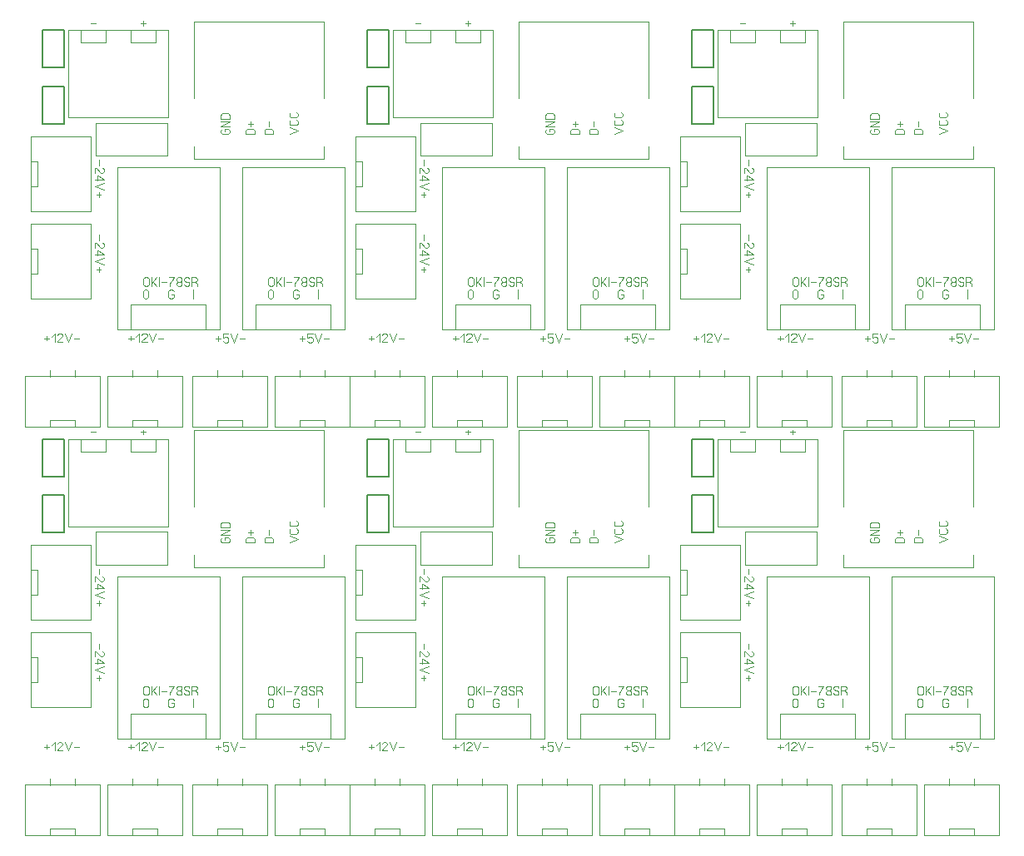
<source format=gbr>
%FSLAX34Y34*%
%MOMM*%
%LNCOPPER_BOTTOM*%
G71*
G01*
%ADD10C, 0.11*%
%ADD11C, 0.10*%
%ADD12C, 0.15*%
%LPD*%
G54D10*
X79990Y847405D02*
X79990Y842071D01*
G54D10*
X76101Y834294D02*
X76101Y839628D01*
X76657Y839628D01*
X77768Y838961D01*
X81101Y834961D01*
X82212Y834294D01*
X83324Y834294D01*
X84434Y834961D01*
X84990Y836294D01*
X84990Y837628D01*
X84434Y838961D01*
X83324Y839628D01*
G54D10*
X76101Y827851D02*
X84990Y827851D01*
X79434Y831851D01*
X78324Y831851D01*
X78324Y826517D01*
G54D10*
X84990Y824074D02*
X76101Y820740D01*
X84990Y817407D01*
G54D10*
X79990Y814963D02*
X79990Y809629D01*
G54D10*
X82212Y812296D02*
X77768Y812296D01*
G54D11*
X150812Y928688D02*
X150812Y979488D01*
X49212Y979488D01*
X49212Y928688D01*
G54D11*
X150812Y928688D02*
X150812Y890588D01*
X49212Y890588D01*
X49212Y928688D01*
G54D11*
X138112Y979488D02*
X138112Y966788D01*
X112712Y966788D01*
X112712Y979488D01*
G54D11*
X87312Y979488D02*
X87312Y966788D01*
X61912Y966788D01*
X61912Y979488D01*
G54D11*
X11112Y795338D02*
X71438Y795337D01*
G54D11*
X11112Y871537D02*
X71438Y871537D01*
X71438Y795337D01*
G54D11*
X11112Y795338D02*
X11112Y871537D01*
G54D11*
X11112Y820738D02*
X17462Y820738D01*
X17462Y846138D01*
X11112Y846138D01*
G54D11*
X11112Y706438D02*
X71438Y706438D01*
G54D11*
X11112Y782638D02*
X71438Y782638D01*
X71438Y706438D01*
G54D11*
X11112Y706438D02*
X11112Y782638D01*
G54D11*
X11112Y731838D02*
X17462Y731838D01*
X17462Y757238D01*
X11112Y757238D01*
G54D11*
X98425Y674687D02*
X203200Y674687D01*
X203200Y839787D01*
X98425Y839787D01*
X98425Y674687D01*
G54D11*
X112713Y674687D02*
X112713Y700087D01*
X188913Y700087D01*
X188913Y674687D01*
G54D10*
X130746Y726360D02*
X130746Y720804D01*
X130079Y719693D01*
X128746Y719137D01*
X127413Y719137D01*
X126079Y719693D01*
X125413Y720804D01*
X125412Y726360D01*
X126079Y727471D01*
X127412Y728026D01*
X128746Y728026D01*
X130079Y727471D01*
X130746Y726360D01*
G54D10*
X133190Y719137D02*
X133190Y728026D01*
G54D10*
X133190Y721915D02*
X138523Y728026D01*
G54D10*
X135190Y723582D02*
X138523Y719137D01*
G54D10*
X140967Y719137D02*
X140967Y728026D01*
G54D10*
X143411Y723026D02*
X148744Y723026D01*
G54D10*
X151188Y728026D02*
X156521Y728026D01*
X155854Y726915D01*
X154521Y725248D01*
X153188Y723026D01*
X152521Y721360D01*
X152521Y719137D01*
G54D10*
X162298Y723582D02*
X160965Y723582D01*
X159631Y724137D01*
X158965Y725248D01*
X158965Y726360D01*
X159631Y727471D01*
X160965Y728026D01*
X162298Y728026D01*
X163631Y727471D01*
X164298Y726360D01*
X164298Y725248D01*
X163631Y724137D01*
X162298Y723582D01*
X163631Y723026D01*
X164298Y721915D01*
X164298Y720804D01*
X163631Y719693D01*
X162298Y719137D01*
X160965Y719137D01*
X159631Y719693D01*
X158965Y720804D01*
X158965Y721915D01*
X159631Y723026D01*
X160965Y723582D01*
G54D10*
X166742Y720804D02*
X167408Y719693D01*
X168742Y719137D01*
X170075Y719137D01*
X171408Y719693D01*
X172075Y720804D01*
X172075Y721915D01*
X171408Y723026D01*
X170075Y723582D01*
X168742Y723582D01*
X167408Y724137D01*
X166742Y725248D01*
X166742Y726360D01*
X167408Y727471D01*
X168742Y728026D01*
X170075Y728026D01*
X171408Y727471D01*
X172075Y726360D01*
G54D10*
X177185Y723582D02*
X179185Y722471D01*
X179852Y721360D01*
X179852Y719137D01*
G54D10*
X174519Y719137D02*
X174519Y728026D01*
X177852Y728026D01*
X179185Y727471D01*
X179852Y726360D01*
X179852Y725248D01*
X179185Y724137D01*
X177852Y723582D01*
X174519Y723582D01*
G54D10*
X130349Y713660D02*
X130349Y708104D01*
X129682Y706993D01*
X128349Y706437D01*
X127016Y706437D01*
X125682Y706993D01*
X125016Y708104D01*
X125016Y713660D01*
X125682Y714771D01*
X127016Y715326D01*
X128349Y715326D01*
X129682Y714771D01*
X130349Y713660D01*
G54D10*
X153479Y710882D02*
X156146Y710882D01*
X156146Y708104D01*
X155479Y706993D01*
X154146Y706437D01*
X152813Y706437D01*
X151479Y706993D01*
X150813Y708104D01*
X150812Y713660D01*
X151479Y714771D01*
X152813Y715326D01*
X154146Y715326D01*
X155479Y714771D01*
X156146Y713660D01*
G54D10*
X176213Y706437D02*
X176213Y715326D01*
G54D11*
X76597Y885031D02*
X149622Y885031D01*
X149622Y851694D01*
X76597Y851694D01*
X76597Y885031D01*
G54D11*
X308570Y861219D02*
X308570Y848717D01*
X177006Y848717D01*
X177006Y861219D01*
G54D11*
X308570Y910431D02*
X308570Y988616D01*
X177006Y988616D01*
X177006Y910431D01*
G54D10*
X273686Y873919D02*
X282575Y877252D01*
X273686Y880585D01*
G54D10*
X280908Y888363D02*
X282020Y887696D01*
X282575Y886363D01*
X282575Y885030D01*
X282020Y883696D01*
X280908Y883030D01*
X275353Y883030D01*
X274242Y883696D01*
X273686Y885030D01*
X273686Y886363D01*
X274242Y887696D01*
X275353Y888363D01*
G54D10*
X280908Y896140D02*
X282020Y895473D01*
X282575Y894140D01*
X282575Y892807D01*
X282020Y891473D01*
X280908Y890807D01*
X275353Y890807D01*
X274242Y891473D01*
X273686Y892807D01*
X273686Y894140D01*
X274242Y895473D01*
X275353Y896140D01*
G54D10*
X257175Y873919D02*
X248286Y873919D01*
X248286Y877252D01*
X248842Y878585D01*
X249953Y879252D01*
X255508Y879252D01*
X256620Y878585D01*
X257175Y877252D01*
X257175Y873919D01*
G54D10*
X253286Y881696D02*
X253286Y887029D01*
G54D10*
X238125Y873919D02*
X229236Y873919D01*
X229236Y877252D01*
X229792Y878585D01*
X230903Y879252D01*
X236458Y879252D01*
X237570Y878585D01*
X238125Y877252D01*
X238125Y873919D01*
G54D10*
X234236Y881696D02*
X234236Y887029D01*
G54D10*
X232014Y884362D02*
X236458Y884362D01*
G54D10*
X208280Y876585D02*
X208280Y879252D01*
X211058Y879252D01*
X212170Y878585D01*
X212725Y877252D01*
X212725Y875919D01*
X212170Y874585D01*
X211058Y873919D01*
X205503Y873919D01*
X204392Y874585D01*
X203836Y875919D01*
X203836Y877252D01*
X204392Y878585D01*
X205503Y879252D01*
G54D10*
X212725Y881696D02*
X203836Y881696D01*
X212725Y887029D01*
X203836Y887029D01*
G54D10*
X212725Y889473D02*
X203836Y889473D01*
X203836Y892806D01*
X204392Y894139D01*
X205503Y894806D01*
X211058Y894806D01*
X212170Y894139D01*
X212725Y892806D01*
X212725Y889473D01*
G54D10*
X79990Y771205D02*
X79990Y765871D01*
G54D10*
X76101Y758094D02*
X76101Y763428D01*
X76657Y763428D01*
X77768Y762761D01*
X81101Y758761D01*
X82212Y758094D01*
X83324Y758094D01*
X84434Y758761D01*
X84990Y760094D01*
X84990Y761428D01*
X84434Y762761D01*
X83324Y763428D01*
G54D10*
X76101Y751651D02*
X84990Y751651D01*
X79434Y755651D01*
X78324Y755651D01*
X78324Y750317D01*
G54D10*
X84990Y747874D02*
X76101Y744540D01*
X84990Y741207D01*
G54D10*
X79990Y738763D02*
X79990Y733429D01*
G54D10*
X82212Y736096D02*
X77768Y736096D01*
G54D12*
X22312Y922288D02*
X44312Y922288D01*
X44312Y884288D01*
X22312Y884288D01*
X22312Y922288D01*
G54D12*
X44312Y941438D02*
X22312Y941438D01*
X22312Y979438D01*
X44312Y979438D01*
X44312Y941438D01*
G54D10*
X198598Y665639D02*
X203931Y665639D01*
G54D10*
X201265Y667861D02*
X201265Y663417D01*
G54D10*
X211708Y670639D02*
X206375Y670639D01*
X206375Y666750D01*
X207042Y666750D01*
X208375Y667306D01*
X209708Y667306D01*
X211042Y666750D01*
X211708Y665639D01*
X211708Y663417D01*
X211042Y662306D01*
X209708Y661750D01*
X208375Y661750D01*
X207042Y662306D01*
X206375Y663417D01*
G54D10*
X214152Y670639D02*
X217485Y661750D01*
X220819Y670639D01*
G54D10*
X223263Y665639D02*
X228596Y665639D01*
G54D11*
X225425Y674688D02*
X330200Y674688D01*
X330200Y839788D01*
X225425Y839787D01*
X225425Y674688D01*
G54D11*
X239712Y674688D02*
X239712Y700088D01*
X315912Y700088D01*
X315912Y674688D01*
G54D10*
X257746Y726360D02*
X257746Y720804D01*
X257079Y719693D01*
X255746Y719138D01*
X254412Y719138D01*
X253079Y719693D01*
X252412Y720804D01*
X252412Y726360D01*
X253079Y727471D01*
X254412Y728026D01*
X255746Y728026D01*
X257079Y727471D01*
X257746Y726360D01*
G54D10*
X260190Y719138D02*
X260189Y728026D01*
G54D10*
X260190Y721915D02*
X265523Y728026D01*
G54D10*
X262189Y723582D02*
X265523Y719138D01*
G54D10*
X267966Y719138D02*
X267967Y728026D01*
G54D10*
X270410Y723026D02*
X275744Y723026D01*
G54D10*
X278188Y728026D02*
X283521Y728026D01*
X282854Y726915D01*
X281521Y725249D01*
X280188Y723026D01*
X279521Y721360D01*
X279521Y719138D01*
G54D10*
X289298Y723582D02*
X287964Y723582D01*
X286631Y724138D01*
X285964Y725249D01*
X285964Y726360D01*
X286631Y727471D01*
X287965Y728026D01*
X289298Y728026D01*
X290631Y727471D01*
X291298Y726360D01*
X291298Y725249D01*
X290631Y724138D01*
X289298Y723582D01*
X290631Y723026D01*
X291298Y721915D01*
X291298Y720804D01*
X290631Y719693D01*
X289298Y719138D01*
X287965Y719138D01*
X286631Y719693D01*
X285964Y720804D01*
X285964Y721915D01*
X286631Y723026D01*
X287964Y723582D01*
G54D10*
X293742Y720804D02*
X294408Y719693D01*
X295742Y719138D01*
X297075Y719138D01*
X298408Y719693D01*
X299075Y720804D01*
X299075Y721915D01*
X298408Y723026D01*
X297075Y723582D01*
X295742Y723582D01*
X294408Y724138D01*
X293742Y725249D01*
X293742Y726360D01*
X294408Y727471D01*
X295742Y728026D01*
X297075Y728026D01*
X298408Y727471D01*
X299075Y726360D01*
G54D10*
X304185Y723582D02*
X306185Y722471D01*
X306852Y721360D01*
X306852Y719138D01*
G54D10*
X301519Y719138D02*
X301519Y728026D01*
X304852Y728026D01*
X306185Y727471D01*
X306852Y726360D01*
X306852Y725249D01*
X306185Y724138D01*
X304852Y723582D01*
X301518Y723582D01*
G54D10*
X257349Y713660D02*
X257349Y708104D01*
X256682Y706993D01*
X255349Y706438D01*
X254016Y706438D01*
X252682Y706993D01*
X252016Y708104D01*
X252016Y713660D01*
X252682Y714771D01*
X254016Y715326D01*
X255349Y715326D01*
X256682Y714771D01*
X257349Y713660D01*
G54D10*
X280479Y710882D02*
X283146Y710882D01*
X283146Y708104D01*
X282479Y706993D01*
X281146Y706438D01*
X279812Y706438D01*
X278479Y706993D01*
X277812Y708104D01*
X277812Y713660D01*
X278479Y714771D01*
X279812Y715326D01*
X281146Y715326D01*
X282479Y714771D01*
X283146Y713660D01*
G54D10*
X303212Y706438D02*
X303212Y715326D01*
G54D10*
X24321Y666115D02*
X29654Y666115D01*
G54D10*
X26988Y668338D02*
X26987Y663893D01*
G54D10*
X32098Y667782D02*
X35431Y671115D01*
X35431Y662226D01*
G54D10*
X43208Y662226D02*
X37875Y662226D01*
X37875Y662782D01*
X38541Y663893D01*
X42541Y667226D01*
X43208Y668337D01*
X43208Y669448D01*
X42541Y670560D01*
X41208Y671115D01*
X39875Y671115D01*
X38541Y670560D01*
X37875Y669448D01*
G54D10*
X45652Y671115D02*
X48985Y662226D01*
X52318Y671115D01*
G54D10*
X54763Y666115D02*
X60096Y666115D01*
G54D10*
X122238Y986551D02*
X127571Y986551D01*
G54D10*
X124904Y988774D02*
X124904Y984329D01*
G54D10*
X71438Y986551D02*
X76771Y986551D01*
G54D11*
X80962Y627459D02*
X80962Y576262D01*
X4762Y576262D01*
X4762Y627459D01*
G54D11*
X80962Y627459D02*
X4762Y627459D01*
G54D11*
X55562Y576262D02*
X55562Y582612D01*
X30162Y582612D01*
X30162Y576262D01*
G54D11*
X55562Y633412D02*
X55562Y627062D01*
G54D11*
X30162Y633412D02*
X30162Y627062D01*
G54D11*
X165100Y627459D02*
X165100Y576262D01*
X88900Y576262D01*
X88900Y627459D01*
G54D11*
X165100Y627459D02*
X88900Y627459D01*
G54D11*
X139700Y576262D02*
X139700Y582612D01*
X114300Y582612D01*
X114300Y576262D01*
G54D11*
X139700Y633412D02*
X139700Y627062D01*
G54D11*
X114300Y633412D02*
X114300Y627062D01*
G54D11*
X250825Y627459D02*
X250825Y576262D01*
X174625Y576262D01*
X174625Y627459D01*
G54D11*
X250825Y627459D02*
X174625Y627459D01*
G54D11*
X225425Y576262D02*
X225425Y582612D01*
X200025Y582612D01*
X200025Y576262D01*
G54D11*
X225425Y633412D02*
X225425Y627062D01*
G54D11*
X200025Y633412D02*
X200025Y627062D01*
G54D11*
X334962Y627459D02*
X334962Y576262D01*
X258762Y576262D01*
X258762Y627459D01*
G54D11*
X334962Y627459D02*
X258762Y627459D01*
G54D11*
X309562Y576262D02*
X309562Y582612D01*
X284162Y582612D01*
X284162Y576262D01*
G54D11*
X309562Y633412D02*
X309562Y627062D01*
G54D11*
X284162Y633412D02*
X284162Y627062D01*
G54D10*
X284323Y665639D02*
X289656Y665639D01*
G54D10*
X286990Y667861D02*
X286990Y663417D01*
G54D10*
X297433Y670639D02*
X292100Y670639D01*
X292100Y666750D01*
X292767Y666750D01*
X294100Y667306D01*
X295433Y667306D01*
X296767Y666750D01*
X297433Y665639D01*
X297433Y663417D01*
X296767Y662306D01*
X295433Y661750D01*
X294100Y661750D01*
X292767Y662306D01*
X292100Y663417D01*
G54D10*
X299877Y670639D02*
X303210Y661750D01*
X306544Y670639D01*
G54D10*
X308988Y665639D02*
X314321Y665639D01*
G54D10*
X110046Y666115D02*
X115379Y666115D01*
G54D10*
X112712Y668338D02*
X112712Y663893D01*
G54D10*
X117823Y667782D02*
X121156Y671115D01*
X121156Y662226D01*
G54D10*
X128933Y662226D02*
X123600Y662226D01*
X123600Y662782D01*
X124266Y663893D01*
X128266Y667226D01*
X128933Y668337D01*
X128933Y669448D01*
X128266Y670560D01*
X126933Y671115D01*
X125600Y671115D01*
X124266Y670560D01*
X123600Y669448D01*
G54D10*
X131377Y671115D02*
X134710Y662226D01*
X138043Y671115D01*
G54D10*
X140488Y666115D02*
X145821Y666115D01*
G54D10*
X410190Y847405D02*
X410190Y842071D01*
G54D10*
X406301Y834294D02*
X406301Y839628D01*
X406857Y839628D01*
X407968Y838961D01*
X411301Y834961D01*
X412412Y834294D01*
X413524Y834294D01*
X414634Y834961D01*
X415190Y836294D01*
X415190Y837628D01*
X414634Y838961D01*
X413524Y839628D01*
G54D10*
X406301Y827851D02*
X415190Y827851D01*
X409634Y831851D01*
X408524Y831851D01*
X408524Y826517D01*
G54D10*
X415190Y824074D02*
X406301Y820740D01*
X415190Y817407D01*
G54D10*
X410190Y814963D02*
X410190Y809629D01*
G54D10*
X412412Y812296D02*
X407968Y812296D01*
G54D11*
X481012Y928688D02*
X481012Y979488D01*
X379412Y979488D01*
X379412Y928688D01*
G54D11*
X481012Y928688D02*
X481012Y890588D01*
X379412Y890588D01*
X379412Y928688D01*
G54D11*
X468312Y979488D02*
X468312Y966788D01*
X442912Y966788D01*
X442912Y979488D01*
G54D11*
X417512Y979488D02*
X417512Y966788D01*
X392112Y966788D01*
X392112Y979488D01*
G54D11*
X341312Y795338D02*
X401638Y795337D01*
G54D11*
X341312Y871537D02*
X401638Y871537D01*
X401638Y795337D01*
G54D11*
X341312Y795338D02*
X341312Y871537D01*
G54D11*
X341312Y820738D02*
X347662Y820738D01*
X347662Y846138D01*
X341312Y846138D01*
G54D11*
X341312Y706438D02*
X401638Y706438D01*
G54D11*
X341312Y782638D02*
X401638Y782638D01*
X401638Y706438D01*
G54D11*
X341312Y706438D02*
X341312Y782638D01*
G54D11*
X341312Y731838D02*
X347662Y731838D01*
X347662Y757238D01*
X341312Y757238D01*
G54D11*
X428625Y674687D02*
X533400Y674687D01*
X533400Y839787D01*
X428625Y839787D01*
X428625Y674687D01*
G54D11*
X442913Y674687D02*
X442913Y700087D01*
X519113Y700087D01*
X519113Y674687D01*
G54D10*
X460946Y726360D02*
X460946Y720804D01*
X460279Y719693D01*
X458946Y719137D01*
X457613Y719137D01*
X456279Y719693D01*
X455613Y720804D01*
X455612Y726360D01*
X456279Y727471D01*
X457612Y728026D01*
X458946Y728026D01*
X460279Y727471D01*
X460946Y726360D01*
G54D10*
X463390Y719137D02*
X463390Y728026D01*
G54D10*
X463390Y721915D02*
X468723Y728026D01*
G54D10*
X465390Y723582D02*
X468723Y719137D01*
G54D10*
X471167Y719137D02*
X471167Y728026D01*
G54D10*
X473611Y723026D02*
X478944Y723026D01*
G54D10*
X481388Y728026D02*
X486721Y728026D01*
X486054Y726915D01*
X484721Y725248D01*
X483388Y723026D01*
X482721Y721360D01*
X482721Y719137D01*
G54D10*
X492498Y723582D02*
X491165Y723582D01*
X489831Y724137D01*
X489165Y725248D01*
X489165Y726360D01*
X489831Y727471D01*
X491165Y728026D01*
X492498Y728026D01*
X493831Y727471D01*
X494498Y726360D01*
X494498Y725248D01*
X493831Y724137D01*
X492498Y723582D01*
X493831Y723026D01*
X494498Y721915D01*
X494498Y720804D01*
X493831Y719693D01*
X492498Y719137D01*
X491165Y719137D01*
X489831Y719693D01*
X489165Y720804D01*
X489165Y721915D01*
X489831Y723026D01*
X491165Y723582D01*
G54D10*
X496942Y720804D02*
X497608Y719693D01*
X498942Y719137D01*
X500275Y719137D01*
X501608Y719693D01*
X502275Y720804D01*
X502275Y721915D01*
X501608Y723026D01*
X500275Y723582D01*
X498942Y723582D01*
X497608Y724137D01*
X496942Y725248D01*
X496942Y726360D01*
X497608Y727471D01*
X498942Y728026D01*
X500275Y728026D01*
X501608Y727471D01*
X502275Y726360D01*
G54D10*
X507385Y723582D02*
X509385Y722471D01*
X510052Y721360D01*
X510052Y719137D01*
G54D10*
X504719Y719137D02*
X504719Y728026D01*
X508052Y728026D01*
X509385Y727471D01*
X510052Y726360D01*
X510052Y725248D01*
X509385Y724137D01*
X508052Y723582D01*
X504719Y723582D01*
G54D10*
X460549Y713660D02*
X460549Y708104D01*
X459882Y706993D01*
X458549Y706437D01*
X457216Y706437D01*
X455882Y706993D01*
X455216Y708104D01*
X455216Y713660D01*
X455882Y714771D01*
X457216Y715326D01*
X458549Y715326D01*
X459882Y714771D01*
X460549Y713660D01*
G54D10*
X483679Y710882D02*
X486346Y710882D01*
X486346Y708104D01*
X485679Y706993D01*
X484346Y706437D01*
X483013Y706437D01*
X481679Y706993D01*
X481013Y708104D01*
X481012Y713660D01*
X481679Y714771D01*
X483013Y715326D01*
X484346Y715326D01*
X485679Y714771D01*
X486346Y713660D01*
G54D10*
X506413Y706437D02*
X506413Y715326D01*
G54D11*
X406797Y885031D02*
X479822Y885031D01*
X479822Y851694D01*
X406797Y851694D01*
X406797Y885031D01*
G54D11*
X638770Y861219D02*
X638770Y848717D01*
X507206Y848717D01*
X507206Y861219D01*
G54D11*
X638770Y910431D02*
X638770Y988616D01*
X507206Y988616D01*
X507206Y910431D01*
G54D10*
X603886Y873919D02*
X612775Y877252D01*
X603886Y880585D01*
G54D10*
X611108Y888363D02*
X612220Y887696D01*
X612775Y886363D01*
X612775Y885030D01*
X612220Y883696D01*
X611108Y883030D01*
X605553Y883030D01*
X604442Y883696D01*
X603886Y885030D01*
X603886Y886363D01*
X604442Y887696D01*
X605553Y888363D01*
G54D10*
X611108Y896140D02*
X612220Y895473D01*
X612775Y894140D01*
X612775Y892807D01*
X612220Y891473D01*
X611108Y890807D01*
X605553Y890807D01*
X604442Y891473D01*
X603886Y892807D01*
X603886Y894140D01*
X604442Y895473D01*
X605553Y896140D01*
G54D10*
X587375Y873919D02*
X578486Y873919D01*
X578486Y877252D01*
X579042Y878585D01*
X580153Y879252D01*
X585708Y879252D01*
X586820Y878585D01*
X587375Y877252D01*
X587375Y873919D01*
G54D10*
X583486Y881696D02*
X583486Y887029D01*
G54D10*
X568325Y873919D02*
X559436Y873919D01*
X559436Y877252D01*
X559992Y878585D01*
X561103Y879252D01*
X566658Y879252D01*
X567770Y878585D01*
X568325Y877252D01*
X568325Y873919D01*
G54D10*
X564436Y881696D02*
X564436Y887029D01*
G54D10*
X562214Y884362D02*
X566658Y884362D01*
G54D10*
X538480Y876585D02*
X538480Y879252D01*
X541258Y879252D01*
X542370Y878585D01*
X542925Y877252D01*
X542925Y875919D01*
X542370Y874585D01*
X541258Y873919D01*
X535703Y873919D01*
X534592Y874585D01*
X534036Y875919D01*
X534036Y877252D01*
X534592Y878585D01*
X535703Y879252D01*
G54D10*
X542925Y881696D02*
X534036Y881696D01*
X542925Y887029D01*
X534036Y887029D01*
G54D10*
X542925Y889473D02*
X534036Y889473D01*
X534036Y892806D01*
X534592Y894139D01*
X535703Y894806D01*
X541258Y894806D01*
X542370Y894139D01*
X542925Y892806D01*
X542925Y889473D01*
G54D10*
X410190Y771205D02*
X410190Y765871D01*
G54D10*
X406301Y758094D02*
X406301Y763428D01*
X406857Y763428D01*
X407968Y762761D01*
X411301Y758761D01*
X412412Y758094D01*
X413524Y758094D01*
X414634Y758761D01*
X415190Y760094D01*
X415190Y761428D01*
X414634Y762761D01*
X413524Y763428D01*
G54D10*
X406301Y751651D02*
X415190Y751651D01*
X409634Y755651D01*
X408524Y755651D01*
X408524Y750317D01*
G54D10*
X415190Y747874D02*
X406301Y744540D01*
X415190Y741207D01*
G54D10*
X410190Y738763D02*
X410190Y733429D01*
G54D10*
X412412Y736096D02*
X407968Y736096D01*
G54D12*
X352512Y922288D02*
X374512Y922288D01*
X374512Y884288D01*
X352512Y884288D01*
X352512Y922288D01*
G54D12*
X374512Y941438D02*
X352512Y941438D01*
X352512Y979438D01*
X374512Y979438D01*
X374512Y941438D01*
G54D10*
X528798Y665639D02*
X534131Y665639D01*
G54D10*
X531465Y667861D02*
X531465Y663417D01*
G54D10*
X541908Y670639D02*
X536575Y670639D01*
X536575Y666750D01*
X537242Y666750D01*
X538575Y667306D01*
X539908Y667306D01*
X541242Y666750D01*
X541908Y665639D01*
X541908Y663417D01*
X541242Y662306D01*
X539908Y661750D01*
X538575Y661750D01*
X537242Y662306D01*
X536575Y663417D01*
G54D10*
X544352Y670639D02*
X547685Y661750D01*
X551019Y670639D01*
G54D10*
X553463Y665639D02*
X558796Y665639D01*
G54D11*
X555625Y674688D02*
X660400Y674688D01*
X660400Y839788D01*
X555625Y839788D01*
X555625Y674688D01*
G54D11*
X569912Y674688D02*
X569912Y700088D01*
X646112Y700088D01*
X646112Y674688D01*
G54D10*
X587946Y726360D02*
X587946Y720804D01*
X587279Y719693D01*
X585946Y719138D01*
X584612Y719138D01*
X583279Y719693D01*
X582612Y720804D01*
X582612Y726360D01*
X583279Y727471D01*
X584612Y728026D01*
X585946Y728026D01*
X587279Y727471D01*
X587946Y726360D01*
G54D10*
X590390Y719138D02*
X590389Y728026D01*
G54D10*
X590390Y721915D02*
X595723Y728026D01*
G54D10*
X592389Y723582D02*
X595723Y719138D01*
G54D10*
X598166Y719138D02*
X598167Y728026D01*
G54D10*
X600610Y723026D02*
X605944Y723026D01*
G54D10*
X608388Y728026D02*
X613721Y728026D01*
X613054Y726915D01*
X611721Y725249D01*
X610388Y723026D01*
X609721Y721360D01*
X609721Y719138D01*
G54D10*
X619498Y723582D02*
X618164Y723582D01*
X616831Y724138D01*
X616164Y725249D01*
X616164Y726360D01*
X616831Y727471D01*
X618165Y728026D01*
X619498Y728026D01*
X620831Y727471D01*
X621498Y726360D01*
X621498Y725249D01*
X620831Y724138D01*
X619498Y723582D01*
X620831Y723026D01*
X621498Y721915D01*
X621498Y720804D01*
X620831Y719693D01*
X619498Y719138D01*
X618165Y719138D01*
X616831Y719693D01*
X616164Y720804D01*
X616164Y721915D01*
X616831Y723026D01*
X618164Y723582D01*
G54D10*
X623942Y720804D02*
X624608Y719693D01*
X625942Y719138D01*
X627275Y719138D01*
X628608Y719693D01*
X629275Y720804D01*
X629275Y721915D01*
X628608Y723026D01*
X627275Y723582D01*
X625942Y723582D01*
X624608Y724138D01*
X623942Y725249D01*
X623942Y726360D01*
X624608Y727471D01*
X625942Y728026D01*
X627275Y728026D01*
X628608Y727471D01*
X629275Y726360D01*
G54D10*
X634385Y723582D02*
X636385Y722471D01*
X637052Y721360D01*
X637052Y719138D01*
G54D10*
X631719Y719138D02*
X631719Y728026D01*
X635052Y728026D01*
X636385Y727471D01*
X637052Y726360D01*
X637052Y725249D01*
X636385Y724138D01*
X635052Y723582D01*
X631718Y723582D01*
G54D10*
X587549Y713660D02*
X587549Y708104D01*
X586882Y706993D01*
X585549Y706438D01*
X584216Y706438D01*
X582882Y706993D01*
X582216Y708104D01*
X582216Y713660D01*
X582882Y714771D01*
X584216Y715326D01*
X585549Y715326D01*
X586882Y714771D01*
X587549Y713660D01*
G54D10*
X610679Y710882D02*
X613346Y710882D01*
X613346Y708104D01*
X612679Y706993D01*
X611346Y706438D01*
X610012Y706438D01*
X608679Y706993D01*
X608012Y708104D01*
X608012Y713660D01*
X608679Y714771D01*
X610012Y715326D01*
X611346Y715326D01*
X612679Y714771D01*
X613346Y713660D01*
G54D10*
X633412Y706438D02*
X633412Y715326D01*
G54D10*
X354521Y666115D02*
X359854Y666115D01*
G54D10*
X357188Y668338D02*
X357187Y663893D01*
G54D10*
X362298Y667782D02*
X365631Y671115D01*
X365631Y662226D01*
G54D10*
X373408Y662226D02*
X368075Y662226D01*
X368075Y662782D01*
X368741Y663893D01*
X372741Y667226D01*
X373408Y668337D01*
X373408Y669448D01*
X372741Y670560D01*
X371408Y671115D01*
X370075Y671115D01*
X368741Y670560D01*
X368075Y669448D01*
G54D10*
X375852Y671115D02*
X379185Y662226D01*
X382518Y671115D01*
G54D10*
X384963Y666115D02*
X390296Y666115D01*
G54D10*
X452438Y986551D02*
X457771Y986551D01*
G54D10*
X455104Y988774D02*
X455104Y984329D01*
G54D10*
X401638Y986551D02*
X406971Y986551D01*
G54D11*
X411162Y627459D02*
X411162Y576262D01*
X334962Y576262D01*
X334962Y627459D01*
G54D11*
X411162Y627459D02*
X334962Y627459D01*
G54D11*
X385762Y576262D02*
X385762Y582612D01*
X360362Y582612D01*
X360362Y576262D01*
G54D11*
X385762Y633412D02*
X385762Y627062D01*
G54D11*
X360362Y633412D02*
X360362Y627062D01*
G54D11*
X495300Y627459D02*
X495300Y576262D01*
X419100Y576262D01*
X419100Y627459D01*
G54D11*
X495300Y627459D02*
X419100Y627459D01*
G54D11*
X469900Y576262D02*
X469900Y582612D01*
X444500Y582612D01*
X444500Y576262D01*
G54D11*
X469900Y633412D02*
X469900Y627062D01*
G54D11*
X444500Y633412D02*
X444500Y627062D01*
G54D11*
X581025Y627459D02*
X581025Y576262D01*
X504825Y576262D01*
X504825Y627459D01*
G54D11*
X581025Y627459D02*
X504825Y627459D01*
G54D11*
X555625Y576262D02*
X555625Y582612D01*
X530225Y582612D01*
X530225Y576262D01*
G54D11*
X555625Y633412D02*
X555625Y627062D01*
G54D11*
X530225Y633412D02*
X530225Y627062D01*
G54D11*
X665162Y627459D02*
X665162Y576262D01*
X588962Y576262D01*
X588962Y627459D01*
G54D11*
X665162Y627459D02*
X588962Y627459D01*
G54D11*
X639762Y576262D02*
X639762Y582612D01*
X614362Y582612D01*
X614362Y576262D01*
G54D11*
X639762Y633412D02*
X639762Y627062D01*
G54D11*
X614362Y633412D02*
X614362Y627062D01*
G54D10*
X614523Y665639D02*
X619856Y665639D01*
G54D10*
X617190Y667861D02*
X617190Y663417D01*
G54D10*
X627633Y670639D02*
X622300Y670639D01*
X622300Y666750D01*
X622967Y666750D01*
X624300Y667306D01*
X625633Y667306D01*
X626967Y666750D01*
X627633Y665639D01*
X627633Y663417D01*
X626967Y662306D01*
X625633Y661750D01*
X624300Y661750D01*
X622967Y662306D01*
X622300Y663417D01*
G54D10*
X630077Y670639D02*
X633410Y661750D01*
X636744Y670639D01*
G54D10*
X639188Y665639D02*
X644521Y665639D01*
G54D10*
X440246Y666115D02*
X445579Y666115D01*
G54D10*
X442912Y668338D02*
X442912Y663893D01*
G54D10*
X448023Y667782D02*
X451356Y671115D01*
X451356Y662226D01*
G54D10*
X459133Y662226D02*
X453800Y662226D01*
X453800Y662782D01*
X454466Y663893D01*
X458466Y667226D01*
X459133Y668337D01*
X459133Y669448D01*
X458466Y670560D01*
X457133Y671115D01*
X455800Y671115D01*
X454466Y670560D01*
X453800Y669448D01*
G54D10*
X461577Y671115D02*
X464910Y662226D01*
X468243Y671115D01*
G54D10*
X470688Y666115D02*
X476021Y666115D01*
G54D10*
X740390Y847405D02*
X740390Y842071D01*
G54D10*
X736501Y834294D02*
X736501Y839628D01*
X737057Y839628D01*
X738168Y838961D01*
X741501Y834961D01*
X742612Y834294D01*
X743724Y834294D01*
X744834Y834961D01*
X745390Y836294D01*
X745390Y837628D01*
X744834Y838961D01*
X743724Y839628D01*
G54D10*
X736501Y827851D02*
X745390Y827851D01*
X739834Y831851D01*
X738724Y831851D01*
X738724Y826517D01*
G54D10*
X745390Y824074D02*
X736501Y820740D01*
X745390Y817407D01*
G54D10*
X740390Y814963D02*
X740390Y809629D01*
G54D10*
X742612Y812296D02*
X738168Y812296D01*
G54D11*
X811212Y928688D02*
X811212Y979488D01*
X709612Y979488D01*
X709612Y928688D01*
G54D11*
X811212Y928688D02*
X811212Y890588D01*
X709612Y890588D01*
X709612Y928688D01*
G54D11*
X798512Y979488D02*
X798512Y966788D01*
X773112Y966788D01*
X773112Y979488D01*
G54D11*
X747712Y979488D02*
X747712Y966788D01*
X722312Y966788D01*
X722312Y979488D01*
G54D11*
X671512Y795338D02*
X731838Y795337D01*
G54D11*
X671512Y871537D02*
X731838Y871537D01*
X731838Y795337D01*
G54D11*
X671512Y795338D02*
X671512Y871537D01*
G54D11*
X671512Y820738D02*
X677862Y820738D01*
X677862Y846138D01*
X671512Y846138D01*
G54D11*
X671512Y706438D02*
X731838Y706438D01*
G54D11*
X671512Y782638D02*
X731838Y782638D01*
X731838Y706438D01*
G54D11*
X671512Y706438D02*
X671512Y782638D01*
G54D11*
X671512Y731838D02*
X677862Y731838D01*
X677862Y757238D01*
X671512Y757238D01*
G54D11*
X758825Y674687D02*
X863600Y674687D01*
X863600Y839787D01*
X758825Y839787D01*
X758825Y674687D01*
G54D11*
X773113Y674687D02*
X773113Y700087D01*
X849313Y700087D01*
X849313Y674687D01*
G54D10*
X791146Y726360D02*
X791146Y720804D01*
X790479Y719693D01*
X789146Y719137D01*
X787813Y719137D01*
X786479Y719693D01*
X785813Y720804D01*
X785812Y726360D01*
X786479Y727471D01*
X787812Y728026D01*
X789146Y728026D01*
X790479Y727471D01*
X791146Y726360D01*
G54D10*
X793590Y719137D02*
X793590Y728026D01*
G54D10*
X793590Y721915D02*
X798923Y728026D01*
G54D10*
X795590Y723582D02*
X798923Y719137D01*
G54D10*
X801367Y719137D02*
X801367Y728026D01*
G54D10*
X803811Y723026D02*
X809144Y723026D01*
G54D10*
X811588Y728026D02*
X816921Y728026D01*
X816254Y726915D01*
X814921Y725248D01*
X813588Y723026D01*
X812921Y721360D01*
X812921Y719137D01*
G54D10*
X822698Y723582D02*
X821365Y723582D01*
X820031Y724137D01*
X819365Y725248D01*
X819365Y726360D01*
X820031Y727471D01*
X821365Y728026D01*
X822698Y728026D01*
X824031Y727471D01*
X824698Y726360D01*
X824698Y725248D01*
X824031Y724137D01*
X822698Y723582D01*
X824031Y723026D01*
X824698Y721915D01*
X824698Y720804D01*
X824031Y719693D01*
X822698Y719137D01*
X821365Y719137D01*
X820031Y719693D01*
X819365Y720804D01*
X819365Y721915D01*
X820031Y723026D01*
X821365Y723582D01*
G54D10*
X827142Y720804D02*
X827808Y719693D01*
X829142Y719137D01*
X830475Y719137D01*
X831808Y719693D01*
X832475Y720804D01*
X832475Y721915D01*
X831808Y723026D01*
X830475Y723582D01*
X829142Y723582D01*
X827808Y724137D01*
X827142Y725248D01*
X827142Y726360D01*
X827808Y727471D01*
X829142Y728026D01*
X830475Y728026D01*
X831808Y727471D01*
X832475Y726360D01*
G54D10*
X837585Y723582D02*
X839585Y722471D01*
X840252Y721360D01*
X840252Y719137D01*
G54D10*
X834919Y719137D02*
X834919Y728026D01*
X838252Y728026D01*
X839585Y727471D01*
X840252Y726360D01*
X840252Y725248D01*
X839585Y724137D01*
X838252Y723582D01*
X834919Y723582D01*
G54D10*
X790749Y713660D02*
X790749Y708104D01*
X790082Y706993D01*
X788749Y706437D01*
X787416Y706437D01*
X786082Y706993D01*
X785416Y708104D01*
X785416Y713660D01*
X786082Y714771D01*
X787416Y715326D01*
X788749Y715326D01*
X790082Y714771D01*
X790749Y713660D01*
G54D10*
X813879Y710882D02*
X816546Y710882D01*
X816546Y708104D01*
X815879Y706993D01*
X814546Y706437D01*
X813213Y706437D01*
X811879Y706993D01*
X811213Y708104D01*
X811212Y713660D01*
X811879Y714771D01*
X813213Y715326D01*
X814546Y715326D01*
X815879Y714771D01*
X816546Y713660D01*
G54D10*
X836613Y706437D02*
X836613Y715326D01*
G54D11*
X736997Y885031D02*
X810022Y885031D01*
X810022Y851694D01*
X736997Y851694D01*
X736997Y885031D01*
G54D11*
X968970Y861219D02*
X968970Y848717D01*
X837406Y848717D01*
X837406Y861219D01*
G54D11*
X968970Y910431D02*
X968970Y988616D01*
X837406Y988616D01*
X837406Y910431D01*
G54D10*
X934086Y873919D02*
X942975Y877252D01*
X934086Y880585D01*
G54D10*
X941308Y888363D02*
X942420Y887696D01*
X942975Y886363D01*
X942975Y885030D01*
X942420Y883696D01*
X941308Y883030D01*
X935753Y883030D01*
X934642Y883696D01*
X934086Y885030D01*
X934086Y886363D01*
X934642Y887696D01*
X935753Y888363D01*
G54D10*
X941308Y896140D02*
X942420Y895473D01*
X942975Y894140D01*
X942975Y892807D01*
X942420Y891473D01*
X941308Y890807D01*
X935753Y890807D01*
X934642Y891473D01*
X934086Y892807D01*
X934086Y894140D01*
X934642Y895473D01*
X935753Y896140D01*
G54D10*
X917575Y873919D02*
X908686Y873919D01*
X908686Y877252D01*
X909242Y878585D01*
X910353Y879252D01*
X915908Y879252D01*
X917020Y878585D01*
X917575Y877252D01*
X917575Y873919D01*
G54D10*
X913686Y881696D02*
X913686Y887029D01*
G54D10*
X898525Y873919D02*
X889636Y873919D01*
X889636Y877252D01*
X890192Y878585D01*
X891303Y879252D01*
X896858Y879252D01*
X897970Y878585D01*
X898525Y877252D01*
X898525Y873919D01*
G54D10*
X894636Y881696D02*
X894636Y887029D01*
G54D10*
X892414Y884362D02*
X896858Y884362D01*
G54D10*
X868680Y876585D02*
X868680Y879252D01*
X871458Y879252D01*
X872570Y878585D01*
X873125Y877252D01*
X873125Y875919D01*
X872570Y874585D01*
X871458Y873919D01*
X865903Y873919D01*
X864792Y874585D01*
X864236Y875919D01*
X864236Y877252D01*
X864792Y878585D01*
X865903Y879252D01*
G54D10*
X873125Y881696D02*
X864236Y881696D01*
X873125Y887029D01*
X864236Y887029D01*
G54D10*
X873125Y889473D02*
X864236Y889473D01*
X864236Y892806D01*
X864792Y894139D01*
X865903Y894806D01*
X871458Y894806D01*
X872570Y894139D01*
X873125Y892806D01*
X873125Y889473D01*
G54D10*
X740390Y771205D02*
X740390Y765871D01*
G54D10*
X736501Y758094D02*
X736501Y763428D01*
X737057Y763428D01*
X738168Y762761D01*
X741501Y758761D01*
X742612Y758094D01*
X743724Y758094D01*
X744834Y758761D01*
X745390Y760094D01*
X745390Y761428D01*
X744834Y762761D01*
X743724Y763428D01*
G54D10*
X736501Y751651D02*
X745390Y751651D01*
X739834Y755651D01*
X738724Y755651D01*
X738724Y750317D01*
G54D10*
X745390Y747874D02*
X736501Y744540D01*
X745390Y741207D01*
G54D10*
X740390Y738763D02*
X740390Y733429D01*
G54D10*
X742612Y736096D02*
X738168Y736096D01*
G54D12*
X682712Y922288D02*
X704712Y922288D01*
X704712Y884288D01*
X682712Y884288D01*
X682712Y922288D01*
G54D12*
X704712Y941438D02*
X682712Y941438D01*
X682712Y979438D01*
X704712Y979438D01*
X704712Y941438D01*
G54D10*
X858998Y665639D02*
X864331Y665639D01*
G54D10*
X861665Y667861D02*
X861665Y663417D01*
G54D10*
X872108Y670639D02*
X866775Y670639D01*
X866775Y666750D01*
X867442Y666750D01*
X868775Y667306D01*
X870108Y667306D01*
X871442Y666750D01*
X872108Y665639D01*
X872108Y663417D01*
X871442Y662306D01*
X870108Y661750D01*
X868775Y661750D01*
X867442Y662306D01*
X866775Y663417D01*
G54D10*
X874552Y670639D02*
X877885Y661750D01*
X881219Y670639D01*
G54D10*
X883663Y665639D02*
X888996Y665639D01*
G54D11*
X885825Y674688D02*
X990600Y674688D01*
X990600Y839788D01*
X885825Y839788D01*
X885825Y674688D01*
G54D11*
X900112Y674688D02*
X900112Y700088D01*
X976312Y700088D01*
X976312Y674688D01*
G54D10*
X918146Y726360D02*
X918146Y720804D01*
X917479Y719693D01*
X916146Y719138D01*
X914812Y719138D01*
X913479Y719693D01*
X912812Y720804D01*
X912812Y726360D01*
X913479Y727471D01*
X914812Y728026D01*
X916146Y728026D01*
X917479Y727471D01*
X918146Y726360D01*
G54D10*
X920590Y719138D02*
X920589Y728026D01*
G54D10*
X920590Y721915D02*
X925923Y728026D01*
G54D10*
X922589Y723582D02*
X925923Y719138D01*
G54D10*
X928366Y719138D02*
X928367Y728026D01*
G54D10*
X930810Y723026D02*
X936144Y723026D01*
G54D10*
X938588Y728026D02*
X943921Y728026D01*
X943254Y726915D01*
X941921Y725249D01*
X940588Y723026D01*
X939921Y721360D01*
X939921Y719138D01*
G54D10*
X949698Y723582D02*
X948364Y723582D01*
X947031Y724138D01*
X946364Y725249D01*
X946364Y726360D01*
X947031Y727471D01*
X948365Y728026D01*
X949698Y728026D01*
X951031Y727471D01*
X951698Y726360D01*
X951698Y725249D01*
X951031Y724138D01*
X949698Y723582D01*
X951031Y723026D01*
X951698Y721915D01*
X951698Y720804D01*
X951031Y719693D01*
X949698Y719138D01*
X948365Y719138D01*
X947031Y719693D01*
X946364Y720804D01*
X946364Y721915D01*
X947031Y723026D01*
X948364Y723582D01*
G54D10*
X954142Y720804D02*
X954808Y719693D01*
X956142Y719138D01*
X957475Y719138D01*
X958808Y719693D01*
X959475Y720804D01*
X959475Y721915D01*
X958808Y723026D01*
X957475Y723582D01*
X956142Y723582D01*
X954808Y724138D01*
X954142Y725249D01*
X954142Y726360D01*
X954808Y727471D01*
X956142Y728026D01*
X957475Y728026D01*
X958808Y727471D01*
X959475Y726360D01*
G54D10*
X964585Y723582D02*
X966585Y722471D01*
X967252Y721360D01*
X967252Y719138D01*
G54D10*
X961919Y719138D02*
X961919Y728026D01*
X965252Y728026D01*
X966585Y727471D01*
X967252Y726360D01*
X967252Y725249D01*
X966585Y724138D01*
X965252Y723582D01*
X961918Y723582D01*
G54D10*
X917749Y713660D02*
X917749Y708104D01*
X917082Y706993D01*
X915749Y706438D01*
X914416Y706438D01*
X913082Y706993D01*
X912416Y708104D01*
X912416Y713660D01*
X913082Y714771D01*
X914416Y715326D01*
X915749Y715326D01*
X917082Y714771D01*
X917749Y713660D01*
G54D10*
X940879Y710882D02*
X943546Y710882D01*
X943546Y708104D01*
X942879Y706993D01*
X941546Y706438D01*
X940212Y706438D01*
X938879Y706993D01*
X938212Y708104D01*
X938212Y713660D01*
X938879Y714771D01*
X940212Y715326D01*
X941546Y715326D01*
X942879Y714771D01*
X943546Y713660D01*
G54D10*
X963612Y706438D02*
X963612Y715326D01*
G54D10*
X684721Y666115D02*
X690054Y666115D01*
G54D10*
X687388Y668338D02*
X687387Y663893D01*
G54D10*
X692498Y667782D02*
X695831Y671115D01*
X695831Y662226D01*
G54D10*
X703608Y662226D02*
X698275Y662226D01*
X698275Y662782D01*
X698941Y663893D01*
X702941Y667226D01*
X703608Y668337D01*
X703608Y669448D01*
X702941Y670560D01*
X701608Y671115D01*
X700275Y671115D01*
X698941Y670560D01*
X698275Y669448D01*
G54D10*
X706052Y671115D02*
X709385Y662226D01*
X712718Y671115D01*
G54D10*
X715163Y666115D02*
X720496Y666115D01*
G54D10*
X782638Y986551D02*
X787971Y986551D01*
G54D10*
X785304Y988774D02*
X785304Y984329D01*
G54D10*
X731838Y986551D02*
X737171Y986551D01*
G54D11*
X741362Y627459D02*
X741362Y576262D01*
X665162Y576262D01*
X665162Y627459D01*
G54D11*
X741362Y627459D02*
X665162Y627459D01*
G54D11*
X715962Y576262D02*
X715962Y582612D01*
X690562Y582612D01*
X690562Y576262D01*
G54D11*
X715962Y633412D02*
X715962Y627062D01*
G54D11*
X690562Y633412D02*
X690562Y627062D01*
G54D11*
X825500Y627459D02*
X825500Y576262D01*
X749300Y576262D01*
X749300Y627459D01*
G54D11*
X825500Y627459D02*
X749300Y627459D01*
G54D11*
X800100Y576262D02*
X800100Y582612D01*
X774700Y582612D01*
X774700Y576262D01*
G54D11*
X800100Y633412D02*
X800100Y627062D01*
G54D11*
X774700Y633412D02*
X774700Y627062D01*
G54D11*
X911225Y627459D02*
X911225Y576262D01*
X835025Y576262D01*
X835025Y627459D01*
G54D11*
X911225Y627459D02*
X835025Y627459D01*
G54D11*
X885825Y576262D02*
X885825Y582612D01*
X860425Y582612D01*
X860425Y576262D01*
G54D11*
X885825Y633412D02*
X885825Y627062D01*
G54D11*
X860425Y633412D02*
X860425Y627062D01*
G54D11*
X995362Y627459D02*
X995362Y576262D01*
X919162Y576262D01*
X919162Y627459D01*
G54D11*
X995362Y627459D02*
X919162Y627459D01*
G54D11*
X969962Y576262D02*
X969962Y582612D01*
X944562Y582612D01*
X944562Y576262D01*
G54D11*
X969962Y633412D02*
X969962Y627062D01*
G54D11*
X944562Y633412D02*
X944562Y627062D01*
G54D10*
X944723Y665639D02*
X950056Y665639D01*
G54D10*
X947390Y667861D02*
X947390Y663417D01*
G54D10*
X957833Y670639D02*
X952500Y670639D01*
X952500Y666750D01*
X953167Y666750D01*
X954500Y667306D01*
X955833Y667306D01*
X957167Y666750D01*
X957833Y665639D01*
X957833Y663417D01*
X957167Y662306D01*
X955833Y661750D01*
X954500Y661750D01*
X953167Y662306D01*
X952500Y663417D01*
G54D10*
X960277Y670639D02*
X963610Y661750D01*
X966944Y670639D01*
G54D10*
X969388Y665639D02*
X974721Y665639D01*
G54D10*
X770446Y666115D02*
X775779Y666115D01*
G54D10*
X773112Y668338D02*
X773112Y663893D01*
G54D10*
X778223Y667782D02*
X781556Y671115D01*
X781556Y662226D01*
G54D10*
X789333Y662226D02*
X784000Y662226D01*
X784000Y662782D01*
X784666Y663893D01*
X788666Y667226D01*
X789333Y668337D01*
X789333Y669448D01*
X788666Y670560D01*
X787333Y671115D01*
X786000Y671115D01*
X784666Y670560D01*
X784000Y669448D01*
G54D10*
X791777Y671115D02*
X795110Y662226D01*
X798443Y671115D01*
G54D10*
X800888Y666115D02*
X806221Y666115D01*
G54D10*
X79990Y431480D02*
X79990Y426146D01*
G54D10*
X76101Y418369D02*
X76101Y423703D01*
X76657Y423703D01*
X77768Y423036D01*
X81101Y419036D01*
X82212Y418369D01*
X83324Y418369D01*
X84434Y419036D01*
X84990Y420369D01*
X84990Y421703D01*
X84434Y423036D01*
X83324Y423703D01*
G54D10*
X76101Y411926D02*
X84990Y411926D01*
X79434Y415926D01*
X78324Y415926D01*
X78324Y410592D01*
G54D10*
X84990Y408149D02*
X76101Y404815D01*
X84990Y401482D01*
G54D10*
X79990Y399038D02*
X79990Y393704D01*
G54D10*
X82212Y396371D02*
X77768Y396371D01*
G54D11*
X150812Y512763D02*
X150812Y563562D01*
X49212Y563562D01*
X49212Y512762D01*
G54D11*
X150812Y512763D02*
X150812Y474662D01*
X49212Y474662D01*
X49212Y512762D01*
G54D11*
X138112Y563562D02*
X138112Y550862D01*
X112712Y550862D01*
X112712Y563562D01*
G54D11*
X87312Y563562D02*
X87312Y550862D01*
X61912Y550862D01*
X61912Y563562D01*
G54D11*
X11112Y379412D02*
X71438Y379412D01*
G54D11*
X11112Y455612D02*
X71438Y455612D01*
X71438Y379412D01*
G54D11*
X11112Y379412D02*
X11112Y455612D01*
G54D11*
X11112Y404812D02*
X17462Y404812D01*
X17462Y430212D01*
X11112Y430212D01*
G54D11*
X11112Y290512D02*
X71438Y290513D01*
G54D11*
X11112Y366713D02*
X71438Y366713D01*
X71438Y290513D01*
G54D11*
X11112Y290512D02*
X11112Y366713D01*
G54D11*
X11112Y315913D02*
X17462Y315913D01*
X17462Y341312D01*
X11112Y341312D01*
G54D11*
X98425Y258762D02*
X203200Y258762D01*
X203200Y423862D01*
X98425Y423862D01*
X98425Y258762D01*
G54D11*
X112713Y258762D02*
X112713Y284162D01*
X188913Y284162D01*
X188913Y258762D01*
G54D10*
X130746Y310434D02*
X130746Y304879D01*
X130079Y303768D01*
X128746Y303212D01*
X127413Y303212D01*
X126079Y303768D01*
X125413Y304879D01*
X125412Y310434D01*
X126079Y311546D01*
X127412Y312101D01*
X128746Y312101D01*
X130079Y311546D01*
X130746Y310434D01*
G54D10*
X133190Y303212D02*
X133190Y312101D01*
G54D10*
X133190Y305990D02*
X138523Y312101D01*
G54D10*
X135190Y307657D02*
X138523Y303212D01*
G54D10*
X140967Y303212D02*
X140967Y312101D01*
G54D10*
X143411Y307101D02*
X148744Y307101D01*
G54D10*
X151188Y312101D02*
X156521Y312101D01*
X155854Y310990D01*
X154521Y309323D01*
X153188Y307101D01*
X152521Y305434D01*
X152521Y303212D01*
G54D10*
X162298Y307657D02*
X160965Y307657D01*
X159631Y308212D01*
X158965Y309323D01*
X158965Y310434D01*
X159631Y311546D01*
X160965Y312101D01*
X162298Y312101D01*
X163631Y311546D01*
X164298Y310434D01*
X164298Y309323D01*
X163631Y308212D01*
X162298Y307657D01*
X163631Y307101D01*
X164298Y305990D01*
X164298Y304879D01*
X163631Y303768D01*
X162298Y303212D01*
X160965Y303212D01*
X159631Y303768D01*
X158965Y304879D01*
X158965Y305990D01*
X159631Y307101D01*
X160965Y307657D01*
G54D10*
X166742Y304879D02*
X167408Y303768D01*
X168742Y303212D01*
X170075Y303212D01*
X171408Y303768D01*
X172075Y304879D01*
X172075Y305990D01*
X171408Y307101D01*
X170075Y307657D01*
X168742Y307657D01*
X167408Y308212D01*
X166742Y309323D01*
X166742Y310434D01*
X167408Y311546D01*
X168742Y312101D01*
X170075Y312101D01*
X171408Y311546D01*
X172075Y310434D01*
G54D10*
X177185Y307657D02*
X179185Y306546D01*
X179852Y305434D01*
X179852Y303212D01*
G54D10*
X174519Y303212D02*
X174519Y312101D01*
X177852Y312101D01*
X179185Y311546D01*
X179852Y310434D01*
X179852Y309323D01*
X179185Y308212D01*
X177852Y307657D01*
X174519Y307657D01*
G54D10*
X130349Y297734D02*
X130349Y292179D01*
X129682Y291068D01*
X128349Y290512D01*
X127016Y290512D01*
X125682Y291068D01*
X125016Y292179D01*
X125016Y297734D01*
X125682Y298846D01*
X127016Y299401D01*
X128349Y299401D01*
X129682Y298846D01*
X130349Y297734D01*
G54D10*
X153479Y294957D02*
X156146Y294957D01*
X156146Y292179D01*
X155479Y291068D01*
X154146Y290512D01*
X152813Y290512D01*
X151479Y291068D01*
X150813Y292179D01*
X150812Y297734D01*
X151479Y298846D01*
X152813Y299401D01*
X154146Y299401D01*
X155479Y298846D01*
X156146Y297734D01*
G54D10*
X176213Y290512D02*
X176213Y299401D01*
G54D11*
X76597Y469106D02*
X149622Y469106D01*
X149622Y435769D01*
X76597Y435769D01*
X76597Y469106D01*
G54D11*
X308570Y445294D02*
X308570Y432792D01*
X177006Y432792D01*
X177006Y445294D01*
G54D11*
X308570Y494506D02*
X308570Y572691D01*
X177006Y572691D01*
X177006Y494506D01*
G54D10*
X273686Y457994D02*
X282575Y461327D01*
X273686Y464660D01*
G54D10*
X280908Y472438D02*
X282020Y471771D01*
X282575Y470438D01*
X282575Y469105D01*
X282020Y467771D01*
X280908Y467105D01*
X275353Y467105D01*
X274242Y467771D01*
X273686Y469105D01*
X273686Y470438D01*
X274242Y471771D01*
X275353Y472438D01*
G54D10*
X280908Y480215D02*
X282020Y479548D01*
X282575Y478215D01*
X282575Y476882D01*
X282020Y475548D01*
X280908Y474882D01*
X275353Y474882D01*
X274242Y475548D01*
X273686Y476882D01*
X273686Y478215D01*
X274242Y479548D01*
X275353Y480215D01*
G54D10*
X257175Y457994D02*
X248286Y457994D01*
X248286Y461327D01*
X248842Y462660D01*
X249953Y463327D01*
X255508Y463327D01*
X256620Y462660D01*
X257175Y461327D01*
X257175Y457994D01*
G54D10*
X253286Y465771D02*
X253286Y471104D01*
G54D10*
X238125Y457994D02*
X229236Y457994D01*
X229236Y461327D01*
X229792Y462660D01*
X230903Y463327D01*
X236458Y463327D01*
X237570Y462660D01*
X238125Y461327D01*
X238125Y457994D01*
G54D10*
X234236Y465771D02*
X234236Y471104D01*
G54D10*
X232014Y468437D02*
X236458Y468437D01*
G54D10*
X208280Y460660D02*
X208280Y463327D01*
X211058Y463327D01*
X212170Y462660D01*
X212725Y461327D01*
X212725Y459994D01*
X212170Y458660D01*
X211058Y457994D01*
X205503Y457994D01*
X204392Y458660D01*
X203836Y459994D01*
X203836Y461327D01*
X204392Y462660D01*
X205503Y463327D01*
G54D10*
X212725Y465771D02*
X203836Y465771D01*
X212725Y471104D01*
X203836Y471104D01*
G54D10*
X212725Y473548D02*
X203836Y473548D01*
X203836Y476881D01*
X204392Y478214D01*
X205503Y478881D01*
X211058Y478881D01*
X212170Y478214D01*
X212725Y476881D01*
X212725Y473548D01*
G54D10*
X79990Y355280D02*
X79990Y349946D01*
G54D10*
X76101Y342169D02*
X76101Y347503D01*
X76657Y347503D01*
X77768Y346836D01*
X81101Y342836D01*
X82212Y342169D01*
X83324Y342169D01*
X84434Y342836D01*
X84990Y344169D01*
X84990Y345503D01*
X84434Y346836D01*
X83324Y347503D01*
G54D10*
X76101Y335726D02*
X84990Y335726D01*
X79434Y339726D01*
X78324Y339726D01*
X78324Y334392D01*
G54D10*
X84990Y331949D02*
X76101Y328615D01*
X84990Y325282D01*
G54D10*
X79990Y322838D02*
X79990Y317504D01*
G54D10*
X82212Y320171D02*
X77768Y320171D01*
G54D12*
X22312Y506362D02*
X44312Y506362D01*
X44312Y468362D01*
X22312Y468362D01*
X22312Y506362D01*
G54D12*
X44312Y525512D02*
X22312Y525512D01*
X22312Y563512D01*
X44312Y563512D01*
X44312Y525512D01*
G54D10*
X198598Y249714D02*
X203931Y249714D01*
G54D10*
X201265Y251936D02*
X201265Y247492D01*
G54D10*
X211708Y254714D02*
X206375Y254714D01*
X206375Y250825D01*
X207042Y250825D01*
X208375Y251381D01*
X209708Y251381D01*
X211042Y250825D01*
X211708Y249714D01*
X211708Y247492D01*
X211042Y246381D01*
X209708Y245825D01*
X208375Y245825D01*
X207042Y246381D01*
X206375Y247492D01*
G54D10*
X214152Y254714D02*
X217485Y245825D01*
X220819Y254714D01*
G54D10*
X223263Y249714D02*
X228596Y249714D01*
G54D11*
X225425Y258762D02*
X330200Y258762D01*
X330200Y423862D01*
X225425Y423862D01*
X225425Y258762D01*
G54D11*
X239712Y258762D02*
X239712Y284162D01*
X315912Y284162D01*
X315912Y258762D01*
G54D10*
X257746Y310435D02*
X257746Y304879D01*
X257079Y303768D01*
X255746Y303212D01*
X254412Y303212D01*
X253079Y303768D01*
X252412Y304879D01*
X252412Y310435D01*
X253079Y311546D01*
X254412Y312101D01*
X255746Y312101D01*
X257079Y311546D01*
X257746Y310435D01*
G54D10*
X260190Y303212D02*
X260189Y312101D01*
G54D10*
X260190Y305990D02*
X265523Y312101D01*
G54D10*
X262189Y307657D02*
X265523Y303212D01*
G54D10*
X267966Y303212D02*
X267967Y312101D01*
G54D10*
X270410Y307101D02*
X275744Y307101D01*
G54D10*
X278188Y312101D02*
X283521Y312101D01*
X282854Y310990D01*
X281521Y309324D01*
X280188Y307101D01*
X279521Y305435D01*
X279521Y303212D01*
G54D10*
X289298Y307657D02*
X287964Y307657D01*
X286631Y308212D01*
X285964Y309324D01*
X285964Y310435D01*
X286631Y311546D01*
X287965Y312101D01*
X289298Y312101D01*
X290631Y311546D01*
X291298Y310435D01*
X291298Y309324D01*
X290631Y308212D01*
X289298Y307657D01*
X290631Y307101D01*
X291298Y305990D01*
X291298Y304879D01*
X290631Y303768D01*
X289298Y303212D01*
X287965Y303212D01*
X286631Y303768D01*
X285964Y304879D01*
X285964Y305990D01*
X286631Y307101D01*
X287964Y307657D01*
G54D10*
X293742Y304879D02*
X294408Y303768D01*
X295742Y303212D01*
X297075Y303212D01*
X298408Y303768D01*
X299075Y304879D01*
X299075Y305990D01*
X298408Y307101D01*
X297075Y307657D01*
X295742Y307657D01*
X294408Y308212D01*
X293742Y309324D01*
X293742Y310435D01*
X294408Y311546D01*
X295742Y312101D01*
X297075Y312101D01*
X298408Y311546D01*
X299075Y310435D01*
G54D10*
X304185Y307657D02*
X306185Y306546D01*
X306852Y305435D01*
X306852Y303212D01*
G54D10*
X301519Y303212D02*
X301519Y312101D01*
X304852Y312101D01*
X306185Y311546D01*
X306852Y310435D01*
X306852Y309324D01*
X306185Y308212D01*
X304852Y307657D01*
X301518Y307657D01*
G54D10*
X257349Y297735D02*
X257349Y292179D01*
X256682Y291068D01*
X255349Y290512D01*
X254016Y290512D01*
X252682Y291068D01*
X252016Y292179D01*
X252016Y297735D01*
X252682Y298846D01*
X254016Y299401D01*
X255349Y299401D01*
X256682Y298846D01*
X257349Y297735D01*
G54D10*
X280479Y294957D02*
X283146Y294957D01*
X283146Y292179D01*
X282479Y291068D01*
X281146Y290512D01*
X279812Y290512D01*
X278479Y291068D01*
X277812Y292179D01*
X277812Y297735D01*
X278479Y298846D01*
X279812Y299401D01*
X281146Y299401D01*
X282479Y298846D01*
X283146Y297735D01*
G54D10*
X303212Y290512D02*
X303212Y299401D01*
G54D10*
X24321Y250190D02*
X29654Y250190D01*
G54D10*
X26988Y252412D02*
X26987Y247968D01*
G54D10*
X32098Y251857D02*
X35431Y255190D01*
X35431Y246301D01*
G54D10*
X43208Y246301D02*
X37875Y246301D01*
X37875Y246857D01*
X38541Y247968D01*
X42541Y251301D01*
X43208Y252412D01*
X43208Y253523D01*
X42541Y254635D01*
X41208Y255190D01*
X39875Y255190D01*
X38541Y254635D01*
X37875Y253524D01*
G54D10*
X45652Y255190D02*
X48985Y246301D01*
X52318Y255190D01*
G54D10*
X54763Y250190D02*
X60096Y250190D01*
G54D10*
X122238Y570626D02*
X127571Y570626D01*
G54D10*
X124904Y572849D02*
X124904Y568404D01*
G54D10*
X71438Y570626D02*
X76771Y570626D01*
G54D11*
X80962Y211534D02*
X80962Y160338D01*
X4762Y160338D01*
X4762Y211534D01*
G54D11*
X80962Y211534D02*
X4762Y211534D01*
G54D11*
X55562Y160338D02*
X55562Y166688D01*
X30162Y166688D01*
X30162Y160338D01*
G54D11*
X55562Y217488D02*
X55562Y211138D01*
G54D11*
X30162Y217488D02*
X30162Y211138D01*
G54D11*
X165100Y211534D02*
X165100Y160338D01*
X88900Y160338D01*
X88900Y211534D01*
G54D11*
X165100Y211534D02*
X88900Y211534D01*
G54D11*
X139700Y160338D02*
X139700Y166688D01*
X114300Y166688D01*
X114300Y160338D01*
G54D11*
X139700Y217488D02*
X139700Y211138D01*
G54D11*
X114300Y217488D02*
X114300Y211138D01*
G54D11*
X250825Y211534D02*
X250825Y160338D01*
X174625Y160338D01*
X174625Y211534D01*
G54D11*
X250825Y211534D02*
X174625Y211534D01*
G54D11*
X225425Y160338D02*
X225425Y166688D01*
X200025Y166688D01*
X200025Y160338D01*
G54D11*
X225425Y217488D02*
X225425Y211138D01*
G54D11*
X200025Y217488D02*
X200025Y211138D01*
G54D11*
X334962Y211534D02*
X334962Y160338D01*
X258762Y160338D01*
X258762Y211534D01*
G54D11*
X334962Y211534D02*
X258762Y211534D01*
G54D11*
X309562Y160338D02*
X309562Y166688D01*
X284162Y166688D01*
X284162Y160338D01*
G54D11*
X309562Y217488D02*
X309562Y211138D01*
G54D11*
X284162Y217488D02*
X284162Y211138D01*
G54D10*
X284323Y249714D02*
X289656Y249714D01*
G54D10*
X286990Y251936D02*
X286990Y247492D01*
G54D10*
X297433Y254714D02*
X292100Y254714D01*
X292100Y250825D01*
X292767Y250825D01*
X294100Y251381D01*
X295433Y251381D01*
X296767Y250825D01*
X297433Y249714D01*
X297433Y247492D01*
X296767Y246381D01*
X295433Y245825D01*
X294100Y245825D01*
X292767Y246381D01*
X292100Y247492D01*
G54D10*
X299877Y254714D02*
X303210Y245825D01*
X306544Y254714D01*
G54D10*
X308988Y249714D02*
X314321Y249714D01*
G54D10*
X110046Y250190D02*
X115379Y250190D01*
G54D10*
X112712Y252412D02*
X112712Y247968D01*
G54D10*
X117823Y251857D02*
X121156Y255190D01*
X121156Y246301D01*
G54D10*
X128933Y246301D02*
X123600Y246301D01*
X123600Y246857D01*
X124266Y247968D01*
X128266Y251301D01*
X128933Y252412D01*
X128933Y253523D01*
X128266Y254635D01*
X126933Y255190D01*
X125600Y255190D01*
X124266Y254635D01*
X123600Y253524D01*
G54D10*
X131377Y255190D02*
X134710Y246301D01*
X138043Y255190D01*
G54D10*
X140488Y250190D02*
X145821Y250190D01*
G54D10*
X410190Y431480D02*
X410190Y426146D01*
G54D10*
X406301Y418369D02*
X406301Y423703D01*
X406857Y423703D01*
X407968Y423036D01*
X411301Y419036D01*
X412412Y418369D01*
X413524Y418369D01*
X414634Y419036D01*
X415190Y420369D01*
X415190Y421703D01*
X414634Y423036D01*
X413524Y423703D01*
G54D10*
X406301Y411926D02*
X415190Y411926D01*
X409634Y415926D01*
X408524Y415926D01*
X408524Y410592D01*
G54D10*
X415190Y408149D02*
X406301Y404815D01*
X415190Y401482D01*
G54D10*
X410190Y399038D02*
X410190Y393704D01*
G54D10*
X412412Y396371D02*
X407968Y396371D01*
G54D11*
X481012Y512763D02*
X481012Y563562D01*
X379412Y563562D01*
X379412Y512762D01*
G54D11*
X481012Y512763D02*
X481012Y474662D01*
X379412Y474662D01*
X379412Y512762D01*
G54D11*
X468312Y563562D02*
X468312Y550862D01*
X442912Y550862D01*
X442912Y563562D01*
G54D11*
X417512Y563562D02*
X417512Y550862D01*
X392112Y550862D01*
X392112Y563562D01*
G54D11*
X341312Y379412D02*
X401638Y379412D01*
G54D11*
X341312Y455612D02*
X401638Y455612D01*
X401638Y379412D01*
G54D11*
X341312Y379412D02*
X341312Y455612D01*
G54D11*
X341312Y404812D02*
X347662Y404812D01*
X347662Y430212D01*
X341312Y430212D01*
G54D11*
X341312Y290512D02*
X401638Y290513D01*
G54D11*
X341312Y366713D02*
X401638Y366713D01*
X401638Y290513D01*
G54D11*
X341312Y290512D02*
X341312Y366713D01*
G54D11*
X341312Y315913D02*
X347662Y315913D01*
X347662Y341312D01*
X341312Y341312D01*
G54D11*
X428625Y258762D02*
X533400Y258762D01*
X533400Y423862D01*
X428625Y423862D01*
X428625Y258762D01*
G54D11*
X442913Y258762D02*
X442913Y284162D01*
X519113Y284162D01*
X519113Y258762D01*
G54D10*
X460946Y310434D02*
X460946Y304879D01*
X460279Y303768D01*
X458946Y303212D01*
X457613Y303212D01*
X456279Y303768D01*
X455613Y304879D01*
X455612Y310434D01*
X456279Y311546D01*
X457612Y312101D01*
X458946Y312101D01*
X460279Y311546D01*
X460946Y310434D01*
G54D10*
X463390Y303212D02*
X463390Y312101D01*
G54D10*
X463390Y305990D02*
X468723Y312101D01*
G54D10*
X465390Y307657D02*
X468723Y303212D01*
G54D10*
X471167Y303212D02*
X471167Y312101D01*
G54D10*
X473611Y307101D02*
X478944Y307101D01*
G54D10*
X481388Y312101D02*
X486721Y312101D01*
X486054Y310990D01*
X484721Y309323D01*
X483388Y307101D01*
X482721Y305434D01*
X482721Y303212D01*
G54D10*
X492498Y307657D02*
X491165Y307657D01*
X489831Y308212D01*
X489165Y309323D01*
X489165Y310434D01*
X489831Y311546D01*
X491165Y312101D01*
X492498Y312101D01*
X493831Y311546D01*
X494498Y310434D01*
X494498Y309323D01*
X493831Y308212D01*
X492498Y307657D01*
X493831Y307101D01*
X494498Y305990D01*
X494498Y304879D01*
X493831Y303768D01*
X492498Y303212D01*
X491165Y303212D01*
X489831Y303768D01*
X489165Y304879D01*
X489165Y305990D01*
X489831Y307101D01*
X491165Y307657D01*
G54D10*
X496942Y304879D02*
X497608Y303768D01*
X498942Y303212D01*
X500275Y303212D01*
X501608Y303768D01*
X502275Y304879D01*
X502275Y305990D01*
X501608Y307101D01*
X500275Y307657D01*
X498942Y307657D01*
X497608Y308212D01*
X496942Y309323D01*
X496942Y310434D01*
X497608Y311546D01*
X498942Y312101D01*
X500275Y312101D01*
X501608Y311546D01*
X502275Y310434D01*
G54D10*
X507385Y307657D02*
X509385Y306546D01*
X510052Y305434D01*
X510052Y303212D01*
G54D10*
X504719Y303212D02*
X504719Y312101D01*
X508052Y312101D01*
X509385Y311546D01*
X510052Y310434D01*
X510052Y309323D01*
X509385Y308212D01*
X508052Y307657D01*
X504719Y307657D01*
G54D10*
X460549Y297734D02*
X460549Y292179D01*
X459882Y291068D01*
X458549Y290512D01*
X457216Y290512D01*
X455882Y291068D01*
X455216Y292179D01*
X455216Y297734D01*
X455882Y298846D01*
X457216Y299401D01*
X458549Y299401D01*
X459882Y298846D01*
X460549Y297734D01*
G54D10*
X483679Y294957D02*
X486346Y294957D01*
X486346Y292179D01*
X485679Y291068D01*
X484346Y290512D01*
X483013Y290512D01*
X481679Y291068D01*
X481013Y292179D01*
X481012Y297734D01*
X481679Y298846D01*
X483013Y299401D01*
X484346Y299401D01*
X485679Y298846D01*
X486346Y297734D01*
G54D10*
X506413Y290512D02*
X506413Y299401D01*
G54D11*
X406797Y469106D02*
X479822Y469106D01*
X479822Y435769D01*
X406797Y435769D01*
X406797Y469106D01*
G54D11*
X638770Y445294D02*
X638770Y432792D01*
X507206Y432792D01*
X507206Y445294D01*
G54D11*
X638770Y494506D02*
X638770Y572691D01*
X507206Y572691D01*
X507206Y494506D01*
G54D10*
X603886Y457994D02*
X612775Y461327D01*
X603886Y464660D01*
G54D10*
X611108Y472438D02*
X612220Y471771D01*
X612775Y470438D01*
X612775Y469105D01*
X612220Y467771D01*
X611108Y467105D01*
X605553Y467105D01*
X604442Y467771D01*
X603886Y469105D01*
X603886Y470438D01*
X604442Y471771D01*
X605553Y472438D01*
G54D10*
X611108Y480215D02*
X612220Y479548D01*
X612775Y478215D01*
X612775Y476882D01*
X612220Y475548D01*
X611108Y474882D01*
X605553Y474882D01*
X604442Y475548D01*
X603886Y476882D01*
X603886Y478215D01*
X604442Y479548D01*
X605553Y480215D01*
G54D10*
X587375Y457994D02*
X578486Y457994D01*
X578486Y461327D01*
X579042Y462660D01*
X580153Y463327D01*
X585708Y463327D01*
X586820Y462660D01*
X587375Y461327D01*
X587375Y457994D01*
G54D10*
X583486Y465771D02*
X583486Y471104D01*
G54D10*
X568325Y457994D02*
X559436Y457994D01*
X559436Y461327D01*
X559992Y462660D01*
X561103Y463327D01*
X566658Y463327D01*
X567770Y462660D01*
X568325Y461327D01*
X568325Y457994D01*
G54D10*
X564436Y465771D02*
X564436Y471104D01*
G54D10*
X562214Y468437D02*
X566658Y468437D01*
G54D10*
X538480Y460660D02*
X538480Y463327D01*
X541258Y463327D01*
X542370Y462660D01*
X542925Y461327D01*
X542925Y459994D01*
X542370Y458660D01*
X541258Y457994D01*
X535703Y457994D01*
X534592Y458660D01*
X534036Y459994D01*
X534036Y461327D01*
X534592Y462660D01*
X535703Y463327D01*
G54D10*
X542925Y465771D02*
X534036Y465771D01*
X542925Y471104D01*
X534036Y471104D01*
G54D10*
X542925Y473548D02*
X534036Y473548D01*
X534036Y476881D01*
X534592Y478214D01*
X535703Y478881D01*
X541258Y478881D01*
X542370Y478214D01*
X542925Y476881D01*
X542925Y473548D01*
G54D10*
X410190Y355280D02*
X410190Y349946D01*
G54D10*
X406301Y342169D02*
X406301Y347503D01*
X406857Y347503D01*
X407968Y346836D01*
X411301Y342836D01*
X412412Y342169D01*
X413524Y342169D01*
X414634Y342836D01*
X415190Y344169D01*
X415190Y345503D01*
X414634Y346836D01*
X413524Y347503D01*
G54D10*
X406301Y335726D02*
X415190Y335726D01*
X409634Y339726D01*
X408524Y339726D01*
X408524Y334392D01*
G54D10*
X415190Y331949D02*
X406301Y328615D01*
X415190Y325282D01*
G54D10*
X410190Y322838D02*
X410190Y317504D01*
G54D10*
X412412Y320171D02*
X407968Y320171D01*
G54D12*
X352512Y506362D02*
X374512Y506362D01*
X374512Y468362D01*
X352512Y468362D01*
X352512Y506362D01*
G54D12*
X374512Y525512D02*
X352512Y525512D01*
X352512Y563512D01*
X374512Y563512D01*
X374512Y525512D01*
G54D10*
X528798Y249714D02*
X534131Y249714D01*
G54D10*
X531465Y251936D02*
X531465Y247492D01*
G54D10*
X541908Y254714D02*
X536575Y254714D01*
X536575Y250825D01*
X537242Y250825D01*
X538575Y251381D01*
X539908Y251381D01*
X541242Y250825D01*
X541908Y249714D01*
X541908Y247492D01*
X541242Y246381D01*
X539908Y245825D01*
X538575Y245825D01*
X537242Y246381D01*
X536575Y247492D01*
G54D10*
X544352Y254714D02*
X547685Y245825D01*
X551019Y254714D01*
G54D10*
X553463Y249714D02*
X558796Y249714D01*
G54D11*
X555625Y258762D02*
X660400Y258762D01*
X660400Y423862D01*
X555625Y423862D01*
X555625Y258762D01*
G54D11*
X569912Y258762D02*
X569912Y284162D01*
X646112Y284162D01*
X646112Y258762D01*
G54D10*
X587946Y310435D02*
X587946Y304879D01*
X587279Y303768D01*
X585946Y303212D01*
X584612Y303212D01*
X583279Y303768D01*
X582612Y304879D01*
X582612Y310435D01*
X583279Y311546D01*
X584612Y312101D01*
X585946Y312101D01*
X587279Y311546D01*
X587946Y310435D01*
G54D10*
X590390Y303212D02*
X590389Y312101D01*
G54D10*
X590390Y305990D02*
X595723Y312101D01*
G54D10*
X592389Y307657D02*
X595723Y303212D01*
G54D10*
X598166Y303212D02*
X598167Y312101D01*
G54D10*
X600610Y307101D02*
X605944Y307101D01*
G54D10*
X608388Y312101D02*
X613721Y312101D01*
X613054Y310990D01*
X611721Y309324D01*
X610388Y307101D01*
X609721Y305435D01*
X609721Y303212D01*
G54D10*
X619498Y307657D02*
X618164Y307657D01*
X616831Y308212D01*
X616164Y309324D01*
X616164Y310435D01*
X616831Y311546D01*
X618165Y312101D01*
X619498Y312101D01*
X620831Y311546D01*
X621498Y310435D01*
X621498Y309324D01*
X620831Y308212D01*
X619498Y307657D01*
X620831Y307101D01*
X621498Y305990D01*
X621498Y304879D01*
X620831Y303768D01*
X619498Y303212D01*
X618165Y303212D01*
X616831Y303768D01*
X616164Y304879D01*
X616164Y305990D01*
X616831Y307101D01*
X618164Y307657D01*
G54D10*
X623942Y304879D02*
X624608Y303768D01*
X625942Y303212D01*
X627275Y303212D01*
X628608Y303768D01*
X629275Y304879D01*
X629275Y305990D01*
X628608Y307101D01*
X627275Y307657D01*
X625942Y307657D01*
X624608Y308212D01*
X623942Y309324D01*
X623942Y310435D01*
X624608Y311546D01*
X625942Y312101D01*
X627275Y312101D01*
X628608Y311546D01*
X629275Y310435D01*
G54D10*
X634385Y307657D02*
X636385Y306546D01*
X637052Y305435D01*
X637052Y303212D01*
G54D10*
X631719Y303212D02*
X631719Y312101D01*
X635052Y312101D01*
X636385Y311546D01*
X637052Y310435D01*
X637052Y309324D01*
X636385Y308212D01*
X635052Y307657D01*
X631718Y307657D01*
G54D10*
X587549Y297735D02*
X587549Y292179D01*
X586882Y291068D01*
X585549Y290512D01*
X584216Y290512D01*
X582882Y291068D01*
X582216Y292179D01*
X582216Y297735D01*
X582882Y298846D01*
X584216Y299401D01*
X585549Y299401D01*
X586882Y298846D01*
X587549Y297735D01*
G54D10*
X610679Y294957D02*
X613346Y294957D01*
X613346Y292179D01*
X612679Y291068D01*
X611346Y290512D01*
X610012Y290512D01*
X608679Y291068D01*
X608012Y292179D01*
X608012Y297735D01*
X608679Y298846D01*
X610012Y299401D01*
X611346Y299401D01*
X612679Y298846D01*
X613346Y297735D01*
G54D10*
X633412Y290512D02*
X633412Y299401D01*
G54D10*
X354521Y250190D02*
X359854Y250190D01*
G54D10*
X357188Y252412D02*
X357187Y247968D01*
G54D10*
X362298Y251857D02*
X365631Y255190D01*
X365631Y246301D01*
G54D10*
X373408Y246301D02*
X368075Y246301D01*
X368075Y246857D01*
X368741Y247968D01*
X372741Y251301D01*
X373408Y252412D01*
X373408Y253524D01*
X372741Y254635D01*
X371408Y255190D01*
X370075Y255190D01*
X368741Y254635D01*
X368075Y253524D01*
G54D10*
X375852Y255190D02*
X379185Y246301D01*
X382518Y255190D01*
G54D10*
X384963Y250190D02*
X390296Y250190D01*
G54D10*
X452438Y570626D02*
X457771Y570626D01*
G54D10*
X455104Y572849D02*
X455104Y568404D01*
G54D10*
X401638Y570626D02*
X406971Y570626D01*
G54D11*
X411162Y211534D02*
X411162Y160338D01*
X334962Y160338D01*
X334962Y211534D01*
G54D11*
X411162Y211534D02*
X334962Y211534D01*
G54D11*
X385762Y160338D02*
X385762Y166688D01*
X360362Y166688D01*
X360362Y160338D01*
G54D11*
X385762Y217488D02*
X385762Y211138D01*
G54D11*
X360362Y217488D02*
X360362Y211138D01*
G54D11*
X495300Y211534D02*
X495300Y160338D01*
X419100Y160338D01*
X419100Y211534D01*
G54D11*
X495300Y211534D02*
X419100Y211534D01*
G54D11*
X469900Y160338D02*
X469900Y166688D01*
X444500Y166688D01*
X444500Y160338D01*
G54D11*
X469900Y217488D02*
X469900Y211138D01*
G54D11*
X444500Y217488D02*
X444500Y211138D01*
G54D11*
X581025Y211534D02*
X581025Y160338D01*
X504825Y160338D01*
X504825Y211534D01*
G54D11*
X581025Y211534D02*
X504825Y211534D01*
G54D11*
X555625Y160338D02*
X555625Y166688D01*
X530225Y166688D01*
X530225Y160338D01*
G54D11*
X555625Y217488D02*
X555625Y211138D01*
G54D11*
X530225Y217488D02*
X530225Y211138D01*
G54D11*
X665162Y211534D02*
X665162Y160338D01*
X588962Y160338D01*
X588962Y211534D01*
G54D11*
X665162Y211534D02*
X588962Y211534D01*
G54D11*
X639762Y160338D02*
X639762Y166688D01*
X614362Y166688D01*
X614362Y160338D01*
G54D11*
X639762Y217488D02*
X639762Y211138D01*
G54D11*
X614362Y217488D02*
X614362Y211138D01*
G54D10*
X614523Y249714D02*
X619856Y249714D01*
G54D10*
X617190Y251936D02*
X617190Y247492D01*
G54D10*
X627633Y254714D02*
X622300Y254714D01*
X622300Y250825D01*
X622967Y250825D01*
X624300Y251381D01*
X625633Y251381D01*
X626967Y250825D01*
X627633Y249714D01*
X627633Y247492D01*
X626967Y246381D01*
X625633Y245825D01*
X624300Y245825D01*
X622967Y246381D01*
X622300Y247492D01*
G54D10*
X630077Y254714D02*
X633410Y245825D01*
X636744Y254714D01*
G54D10*
X639188Y249714D02*
X644521Y249714D01*
G54D10*
X440246Y250190D02*
X445579Y250190D01*
G54D10*
X442912Y252412D02*
X442912Y247968D01*
G54D10*
X448023Y251857D02*
X451356Y255190D01*
X451356Y246301D01*
G54D10*
X459133Y246301D02*
X453800Y246301D01*
X453800Y246857D01*
X454466Y247968D01*
X458466Y251301D01*
X459133Y252412D01*
X459133Y253524D01*
X458466Y254635D01*
X457133Y255190D01*
X455800Y255190D01*
X454466Y254635D01*
X453800Y253524D01*
G54D10*
X461577Y255190D02*
X464910Y246301D01*
X468243Y255190D01*
G54D10*
X470688Y250190D02*
X476021Y250190D01*
G54D10*
X740390Y431480D02*
X740390Y426146D01*
G54D10*
X736501Y418369D02*
X736501Y423703D01*
X737057Y423703D01*
X738168Y423036D01*
X741501Y419036D01*
X742612Y418369D01*
X743724Y418369D01*
X744834Y419036D01*
X745390Y420369D01*
X745390Y421703D01*
X744834Y423036D01*
X743724Y423703D01*
G54D10*
X736501Y411926D02*
X745390Y411926D01*
X739834Y415926D01*
X738724Y415926D01*
X738724Y410592D01*
G54D10*
X745390Y408149D02*
X736501Y404815D01*
X745390Y401482D01*
G54D10*
X740390Y399038D02*
X740390Y393704D01*
G54D10*
X742612Y396371D02*
X738168Y396371D01*
G54D11*
X811212Y512763D02*
X811212Y563562D01*
X709612Y563562D01*
X709612Y512762D01*
G54D11*
X811212Y512763D02*
X811212Y474662D01*
X709612Y474662D01*
X709612Y512762D01*
G54D11*
X798512Y563562D02*
X798512Y550862D01*
X773112Y550862D01*
X773112Y563562D01*
G54D11*
X747712Y563562D02*
X747712Y550862D01*
X722312Y550862D01*
X722312Y563562D01*
G54D11*
X671512Y379412D02*
X731838Y379412D01*
G54D11*
X671512Y455612D02*
X731838Y455612D01*
X731838Y379412D01*
G54D11*
X671512Y379412D02*
X671512Y455612D01*
G54D11*
X671512Y404812D02*
X677862Y404812D01*
X677862Y430212D01*
X671512Y430212D01*
G54D11*
X671512Y290512D02*
X731838Y290513D01*
G54D11*
X671512Y366713D02*
X731838Y366713D01*
X731838Y290513D01*
G54D11*
X671512Y290512D02*
X671512Y366713D01*
G54D11*
X671512Y315913D02*
X677862Y315913D01*
X677862Y341312D01*
X671512Y341312D01*
G54D11*
X758825Y258762D02*
X863600Y258762D01*
X863600Y423862D01*
X758825Y423862D01*
X758825Y258762D01*
G54D11*
X773113Y258762D02*
X773113Y284162D01*
X849313Y284162D01*
X849313Y258762D01*
G54D10*
X791146Y310434D02*
X791146Y304879D01*
X790479Y303768D01*
X789146Y303212D01*
X787813Y303212D01*
X786479Y303768D01*
X785813Y304879D01*
X785812Y310434D01*
X786479Y311546D01*
X787812Y312101D01*
X789146Y312101D01*
X790479Y311546D01*
X791146Y310434D01*
G54D10*
X793590Y303212D02*
X793590Y312101D01*
G54D10*
X793590Y305990D02*
X798923Y312101D01*
G54D10*
X795590Y307657D02*
X798923Y303212D01*
G54D10*
X801367Y303212D02*
X801367Y312101D01*
G54D10*
X803811Y307101D02*
X809144Y307101D01*
G54D10*
X811588Y312101D02*
X816921Y312101D01*
X816254Y310990D01*
X814921Y309323D01*
X813588Y307101D01*
X812921Y305434D01*
X812921Y303212D01*
G54D10*
X822698Y307657D02*
X821365Y307657D01*
X820031Y308212D01*
X819365Y309323D01*
X819365Y310434D01*
X820031Y311546D01*
X821365Y312101D01*
X822698Y312101D01*
X824031Y311546D01*
X824698Y310434D01*
X824698Y309323D01*
X824031Y308212D01*
X822698Y307657D01*
X824031Y307101D01*
X824698Y305990D01*
X824698Y304879D01*
X824031Y303768D01*
X822698Y303212D01*
X821365Y303212D01*
X820031Y303768D01*
X819365Y304879D01*
X819365Y305990D01*
X820031Y307101D01*
X821365Y307657D01*
G54D10*
X827142Y304879D02*
X827808Y303768D01*
X829142Y303212D01*
X830475Y303212D01*
X831808Y303768D01*
X832475Y304879D01*
X832475Y305990D01*
X831808Y307101D01*
X830475Y307657D01*
X829142Y307657D01*
X827808Y308212D01*
X827142Y309323D01*
X827142Y310434D01*
X827808Y311546D01*
X829142Y312101D01*
X830475Y312101D01*
X831808Y311546D01*
X832475Y310434D01*
G54D10*
X837585Y307657D02*
X839585Y306546D01*
X840252Y305434D01*
X840252Y303212D01*
G54D10*
X834919Y303212D02*
X834919Y312101D01*
X838252Y312101D01*
X839585Y311546D01*
X840252Y310434D01*
X840252Y309323D01*
X839585Y308212D01*
X838252Y307657D01*
X834919Y307657D01*
G54D10*
X790749Y297734D02*
X790749Y292179D01*
X790082Y291068D01*
X788749Y290512D01*
X787416Y290512D01*
X786082Y291068D01*
X785416Y292179D01*
X785416Y297734D01*
X786082Y298846D01*
X787416Y299401D01*
X788749Y299401D01*
X790082Y298846D01*
X790749Y297734D01*
G54D10*
X813879Y294957D02*
X816546Y294957D01*
X816546Y292179D01*
X815879Y291068D01*
X814546Y290512D01*
X813213Y290512D01*
X811879Y291068D01*
X811213Y292179D01*
X811212Y297734D01*
X811879Y298846D01*
X813213Y299401D01*
X814546Y299401D01*
X815879Y298846D01*
X816546Y297734D01*
G54D10*
X836613Y290512D02*
X836613Y299401D01*
G54D11*
X736997Y469106D02*
X810022Y469106D01*
X810022Y435769D01*
X736997Y435769D01*
X736997Y469106D01*
G54D11*
X968970Y445294D02*
X968970Y432792D01*
X837406Y432792D01*
X837406Y445294D01*
G54D11*
X968970Y494506D02*
X968970Y572691D01*
X837406Y572691D01*
X837406Y494506D01*
G54D10*
X934086Y457994D02*
X942975Y461327D01*
X934086Y464660D01*
G54D10*
X941308Y472438D02*
X942420Y471771D01*
X942975Y470438D01*
X942975Y469105D01*
X942420Y467771D01*
X941308Y467105D01*
X935753Y467105D01*
X934642Y467771D01*
X934086Y469105D01*
X934086Y470438D01*
X934642Y471771D01*
X935753Y472438D01*
G54D10*
X941308Y480215D02*
X942420Y479548D01*
X942975Y478215D01*
X942975Y476882D01*
X942420Y475548D01*
X941308Y474882D01*
X935753Y474882D01*
X934642Y475548D01*
X934086Y476882D01*
X934086Y478215D01*
X934642Y479548D01*
X935753Y480215D01*
G54D10*
X917575Y457994D02*
X908686Y457994D01*
X908686Y461327D01*
X909242Y462660D01*
X910353Y463327D01*
X915908Y463327D01*
X917020Y462660D01*
X917575Y461327D01*
X917575Y457994D01*
G54D10*
X913686Y465771D02*
X913686Y471104D01*
G54D10*
X898525Y457994D02*
X889636Y457994D01*
X889636Y461327D01*
X890192Y462660D01*
X891303Y463327D01*
X896858Y463327D01*
X897970Y462660D01*
X898525Y461327D01*
X898525Y457994D01*
G54D10*
X894636Y465771D02*
X894636Y471104D01*
G54D10*
X892414Y468437D02*
X896858Y468437D01*
G54D10*
X868680Y460660D02*
X868680Y463327D01*
X871458Y463327D01*
X872570Y462660D01*
X873125Y461327D01*
X873125Y459994D01*
X872570Y458660D01*
X871458Y457994D01*
X865903Y457994D01*
X864792Y458660D01*
X864236Y459994D01*
X864236Y461327D01*
X864792Y462660D01*
X865903Y463327D01*
G54D10*
X873125Y465771D02*
X864236Y465771D01*
X873125Y471104D01*
X864236Y471104D01*
G54D10*
X873125Y473548D02*
X864236Y473548D01*
X864236Y476881D01*
X864792Y478214D01*
X865903Y478881D01*
X871458Y478881D01*
X872570Y478214D01*
X873125Y476881D01*
X873125Y473548D01*
G54D10*
X740390Y355280D02*
X740390Y349946D01*
G54D10*
X736501Y342169D02*
X736501Y347503D01*
X737057Y347503D01*
X738168Y346836D01*
X741501Y342836D01*
X742612Y342169D01*
X743724Y342169D01*
X744834Y342836D01*
X745390Y344169D01*
X745390Y345503D01*
X744834Y346836D01*
X743724Y347503D01*
G54D10*
X736501Y335726D02*
X745390Y335726D01*
X739834Y339726D01*
X738724Y339726D01*
X738724Y334392D01*
G54D10*
X745390Y331949D02*
X736501Y328615D01*
X745390Y325282D01*
G54D10*
X740390Y322838D02*
X740390Y317504D01*
G54D10*
X742612Y320171D02*
X738168Y320171D01*
G54D12*
X682712Y506362D02*
X704712Y506362D01*
X704712Y468362D01*
X682712Y468362D01*
X682712Y506362D01*
G54D12*
X704712Y525512D02*
X682712Y525512D01*
X682712Y563512D01*
X704712Y563512D01*
X704712Y525512D01*
G54D10*
X858998Y249714D02*
X864331Y249714D01*
G54D10*
X861665Y251936D02*
X861665Y247492D01*
G54D10*
X872108Y254714D02*
X866775Y254714D01*
X866775Y250825D01*
X867442Y250825D01*
X868775Y251381D01*
X870108Y251381D01*
X871442Y250825D01*
X872108Y249714D01*
X872108Y247492D01*
X871442Y246381D01*
X870108Y245825D01*
X868775Y245825D01*
X867442Y246381D01*
X866775Y247492D01*
G54D10*
X874552Y254714D02*
X877885Y245825D01*
X881219Y254714D01*
G54D10*
X883663Y249714D02*
X888996Y249714D01*
G54D11*
X885825Y258762D02*
X990600Y258762D01*
X990600Y423862D01*
X885825Y423862D01*
X885825Y258762D01*
G54D11*
X900112Y258762D02*
X900112Y284162D01*
X976312Y284162D01*
X976312Y258762D01*
G54D10*
X918146Y310435D02*
X918146Y304879D01*
X917479Y303768D01*
X916146Y303212D01*
X914812Y303212D01*
X913479Y303768D01*
X912812Y304879D01*
X912812Y310435D01*
X913479Y311546D01*
X914812Y312101D01*
X916146Y312101D01*
X917479Y311546D01*
X918146Y310435D01*
G54D10*
X920590Y303212D02*
X920589Y312101D01*
G54D10*
X920590Y305990D02*
X925923Y312101D01*
G54D10*
X922589Y307657D02*
X925923Y303212D01*
G54D10*
X928366Y303212D02*
X928367Y312101D01*
G54D10*
X930810Y307101D02*
X936144Y307101D01*
G54D10*
X938588Y312101D02*
X943921Y312101D01*
X943254Y310990D01*
X941921Y309324D01*
X940588Y307101D01*
X939921Y305435D01*
X939921Y303212D01*
G54D10*
X949698Y307657D02*
X948364Y307657D01*
X947031Y308212D01*
X946364Y309324D01*
X946364Y310435D01*
X947031Y311546D01*
X948365Y312101D01*
X949698Y312101D01*
X951031Y311546D01*
X951698Y310435D01*
X951698Y309324D01*
X951031Y308212D01*
X949698Y307657D01*
X951031Y307101D01*
X951698Y305990D01*
X951698Y304879D01*
X951031Y303768D01*
X949698Y303212D01*
X948365Y303212D01*
X947031Y303768D01*
X946364Y304879D01*
X946364Y305990D01*
X947031Y307101D01*
X948364Y307657D01*
G54D10*
X954142Y304879D02*
X954808Y303768D01*
X956142Y303212D01*
X957475Y303212D01*
X958808Y303768D01*
X959475Y304879D01*
X959475Y305990D01*
X958808Y307101D01*
X957475Y307657D01*
X956142Y307657D01*
X954808Y308212D01*
X954142Y309324D01*
X954142Y310435D01*
X954808Y311546D01*
X956142Y312101D01*
X957475Y312101D01*
X958808Y311546D01*
X959475Y310435D01*
G54D10*
X964585Y307657D02*
X966585Y306546D01*
X967252Y305435D01*
X967252Y303212D01*
G54D10*
X961919Y303212D02*
X961919Y312101D01*
X965252Y312101D01*
X966585Y311546D01*
X967252Y310435D01*
X967252Y309324D01*
X966585Y308212D01*
X965252Y307657D01*
X961918Y307657D01*
G54D10*
X917749Y297735D02*
X917749Y292179D01*
X917082Y291068D01*
X915749Y290512D01*
X914416Y290512D01*
X913082Y291068D01*
X912416Y292179D01*
X912416Y297735D01*
X913082Y298846D01*
X914416Y299401D01*
X915749Y299401D01*
X917082Y298846D01*
X917749Y297735D01*
G54D10*
X940879Y294957D02*
X943546Y294957D01*
X943546Y292179D01*
X942879Y291068D01*
X941546Y290512D01*
X940212Y290512D01*
X938879Y291068D01*
X938212Y292179D01*
X938212Y297735D01*
X938879Y298846D01*
X940212Y299401D01*
X941546Y299401D01*
X942879Y298846D01*
X943546Y297735D01*
G54D10*
X963612Y290512D02*
X963612Y299401D01*
G54D10*
X684721Y250190D02*
X690054Y250190D01*
G54D10*
X687388Y252412D02*
X687387Y247968D01*
G54D10*
X692498Y251857D02*
X695831Y255190D01*
X695831Y246301D01*
G54D10*
X703608Y246301D02*
X698275Y246301D01*
X698275Y246857D01*
X698941Y247968D01*
X702941Y251301D01*
X703608Y252412D01*
X703608Y253524D01*
X702941Y254635D01*
X701608Y255190D01*
X700275Y255190D01*
X698941Y254635D01*
X698275Y253524D01*
G54D10*
X706052Y255190D02*
X709385Y246301D01*
X712718Y255190D01*
G54D10*
X715163Y250190D02*
X720496Y250190D01*
G54D10*
X782638Y570626D02*
X787971Y570626D01*
G54D10*
X785304Y572849D02*
X785304Y568404D01*
G54D10*
X731838Y570626D02*
X737171Y570626D01*
G54D11*
X741362Y211534D02*
X741362Y160338D01*
X665162Y160338D01*
X665162Y211534D01*
G54D11*
X741362Y211534D02*
X665162Y211534D01*
G54D11*
X715962Y160338D02*
X715962Y166688D01*
X690562Y166688D01*
X690562Y160338D01*
G54D11*
X715962Y217488D02*
X715962Y211138D01*
G54D11*
X690562Y217488D02*
X690562Y211138D01*
G54D11*
X825500Y211534D02*
X825500Y160338D01*
X749300Y160338D01*
X749300Y211534D01*
G54D11*
X825500Y211534D02*
X749300Y211534D01*
G54D11*
X800100Y160338D02*
X800100Y166688D01*
X774700Y166688D01*
X774700Y160338D01*
G54D11*
X800100Y217488D02*
X800100Y211138D01*
G54D11*
X774700Y217488D02*
X774700Y211138D01*
G54D11*
X911225Y211534D02*
X911225Y160338D01*
X835025Y160338D01*
X835025Y211534D01*
G54D11*
X911225Y211534D02*
X835025Y211534D01*
G54D11*
X885825Y160338D02*
X885825Y166688D01*
X860425Y166688D01*
X860425Y160338D01*
G54D11*
X885825Y217488D02*
X885825Y211138D01*
G54D11*
X860425Y217488D02*
X860425Y211138D01*
G54D11*
X995362Y211534D02*
X995362Y160338D01*
X919162Y160338D01*
X919162Y211534D01*
G54D11*
X995362Y211534D02*
X919162Y211534D01*
G54D11*
X969962Y160338D02*
X969962Y166688D01*
X944562Y166688D01*
X944562Y160338D01*
G54D11*
X969962Y217488D02*
X969962Y211138D01*
G54D11*
X944562Y217488D02*
X944562Y211138D01*
G54D10*
X944723Y249714D02*
X950056Y249714D01*
G54D10*
X947390Y251936D02*
X947390Y247492D01*
G54D10*
X957833Y254714D02*
X952500Y254714D01*
X952500Y250825D01*
X953167Y250825D01*
X954500Y251381D01*
X955833Y251381D01*
X957167Y250825D01*
X957833Y249714D01*
X957833Y247492D01*
X957167Y246381D01*
X955833Y245825D01*
X954500Y245825D01*
X953167Y246381D01*
X952500Y247492D01*
G54D10*
X960277Y254714D02*
X963610Y245825D01*
X966944Y254714D01*
G54D10*
X969388Y249714D02*
X974721Y249714D01*
G54D10*
X770446Y250190D02*
X775779Y250190D01*
G54D10*
X773112Y252412D02*
X773112Y247968D01*
G54D10*
X778223Y251857D02*
X781556Y255190D01*
X781556Y246301D01*
G54D10*
X789333Y246301D02*
X784000Y246301D01*
X784000Y246857D01*
X784666Y247968D01*
X788666Y251301D01*
X789333Y252412D01*
X789333Y253524D01*
X788666Y254635D01*
X787333Y255190D01*
X786000Y255190D01*
X784666Y254635D01*
X784000Y253524D01*
G54D10*
X791777Y255190D02*
X795110Y246301D01*
X798443Y255190D01*
G54D10*
X800888Y250190D02*
X806221Y250190D01*
M02*

</source>
